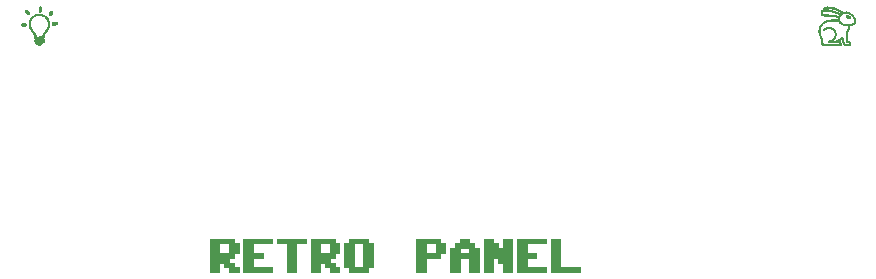
<source format=gto>
G04 #@! TF.GenerationSoftware,KiCad,Pcbnew,(5.1.8)-1*
G04 #@! TF.CreationDate,2022-11-12T23:31:27+01:00*
G04 #@! TF.ProjectId,RetroPanel FP2,52657472-6f50-4616-9e65-6c204650322e,rev?*
G04 #@! TF.SameCoordinates,Original*
G04 #@! TF.FileFunction,Legend,Top*
G04 #@! TF.FilePolarity,Positive*
%FSLAX46Y46*%
G04 Gerber Fmt 4.6, Leading zero omitted, Abs format (unit mm)*
G04 Created by KiCad (PCBNEW (5.1.8)-1) date 2022-11-12 23:31:27*
%MOMM*%
%LPD*%
G01*
G04 APERTURE LIST*
%ADD10C,0.010000*%
G04 APERTURE END LIST*
D10*
G36*
X164784835Y-103328443D02*
G01*
X166412062Y-103328443D01*
X166412062Y-103735250D01*
X163971221Y-103735250D01*
X163971221Y-100887602D01*
X164784835Y-100887602D01*
X164784835Y-103328443D01*
G37*
X164784835Y-103328443D02*
X166412062Y-103328443D01*
X166412062Y-103735250D01*
X163971221Y-103735250D01*
X163971221Y-100887602D01*
X164784835Y-100887602D01*
X164784835Y-103328443D01*
G36*
X163564414Y-101294409D02*
G01*
X161937187Y-101294409D01*
X161937187Y-102108022D01*
X162750801Y-102108022D01*
X162750801Y-102514829D01*
X161937187Y-102514829D01*
X161937187Y-103328443D01*
X163564414Y-103328443D01*
X163564414Y-103735250D01*
X161123573Y-103735250D01*
X161123573Y-100887602D01*
X163564414Y-100887602D01*
X163564414Y-101294409D01*
G37*
X163564414Y-101294409D02*
X161937187Y-101294409D01*
X161937187Y-102108022D01*
X162750801Y-102108022D01*
X162750801Y-102514829D01*
X161937187Y-102514829D01*
X161937187Y-103328443D01*
X163564414Y-103328443D01*
X163564414Y-103735250D01*
X161123573Y-103735250D01*
X161123573Y-100887602D01*
X163564414Y-100887602D01*
X163564414Y-101294409D01*
G36*
X159089539Y-101294409D02*
G01*
X159496346Y-101294409D01*
X159496346Y-101701216D01*
X159903153Y-101701216D01*
X159903153Y-100887602D01*
X160716767Y-100887602D01*
X160716767Y-103735250D01*
X159903153Y-103735250D01*
X159903153Y-102921636D01*
X159496346Y-102921636D01*
X159496346Y-102514829D01*
X159089539Y-102514829D01*
X159089539Y-103735250D01*
X158275926Y-103735250D01*
X158275926Y-100887602D01*
X159089539Y-100887602D01*
X159089539Y-101294409D01*
G37*
X159089539Y-101294409D02*
X159496346Y-101294409D01*
X159496346Y-101701216D01*
X159903153Y-101701216D01*
X159903153Y-100887602D01*
X160716767Y-100887602D01*
X160716767Y-103735250D01*
X159903153Y-103735250D01*
X159903153Y-102921636D01*
X159496346Y-102921636D01*
X159496346Y-102514829D01*
X159089539Y-102514829D01*
X159089539Y-103735250D01*
X158275926Y-103735250D01*
X158275926Y-100887602D01*
X159089539Y-100887602D01*
X159089539Y-101294409D01*
G36*
X157055505Y-101294409D02*
G01*
X157462312Y-101294409D01*
X157462312Y-101701216D01*
X157869119Y-101701216D01*
X157869119Y-103735250D01*
X157055505Y-103735250D01*
X157055505Y-102514829D01*
X156241892Y-102514829D01*
X156241892Y-103735250D01*
X155428278Y-103735250D01*
X155428278Y-101701216D01*
X155835085Y-101701216D01*
X156241892Y-101701216D01*
X156241892Y-102108022D01*
X157055505Y-102108022D01*
X157055505Y-101701216D01*
X156241892Y-101701216D01*
X155835085Y-101701216D01*
X155835085Y-101294409D01*
X156241892Y-101294409D01*
X156241892Y-100887602D01*
X157055505Y-100887602D01*
X157055505Y-101294409D01*
G37*
X157055505Y-101294409D02*
X157462312Y-101294409D01*
X157462312Y-101701216D01*
X157869119Y-101701216D01*
X157869119Y-103735250D01*
X157055505Y-103735250D01*
X157055505Y-102514829D01*
X156241892Y-102514829D01*
X156241892Y-103735250D01*
X155428278Y-103735250D01*
X155428278Y-101701216D01*
X155835085Y-101701216D01*
X156241892Y-101701216D01*
X156241892Y-102108022D01*
X157055505Y-102108022D01*
X157055505Y-101701216D01*
X156241892Y-101701216D01*
X155835085Y-101701216D01*
X155835085Y-101294409D01*
X156241892Y-101294409D01*
X156241892Y-100887602D01*
X157055505Y-100887602D01*
X157055505Y-101294409D01*
G36*
X154614664Y-101294409D02*
G01*
X155021471Y-101294409D01*
X155021471Y-102108022D01*
X154614664Y-102108022D01*
X154614664Y-102514829D01*
X153394244Y-102514829D01*
X153394244Y-103735250D01*
X152580630Y-103735250D01*
X152580630Y-101294409D01*
X153394244Y-101294409D01*
X153394244Y-102108022D01*
X154207858Y-102108022D01*
X154207858Y-101294409D01*
X153394244Y-101294409D01*
X152580630Y-101294409D01*
X152580630Y-100887602D01*
X154614664Y-100887602D01*
X154614664Y-101294409D01*
G37*
X154614664Y-101294409D02*
X155021471Y-101294409D01*
X155021471Y-102108022D01*
X154614664Y-102108022D01*
X154614664Y-102514829D01*
X153394244Y-102514829D01*
X153394244Y-103735250D01*
X152580630Y-103735250D01*
X152580630Y-101294409D01*
X153394244Y-101294409D01*
X153394244Y-102108022D01*
X154207858Y-102108022D01*
X154207858Y-101294409D01*
X153394244Y-101294409D01*
X152580630Y-101294409D01*
X152580630Y-100887602D01*
X154614664Y-100887602D01*
X154614664Y-101294409D01*
G36*
X148512562Y-101294409D02*
G01*
X148919369Y-101294409D01*
X148919369Y-103328443D01*
X148512562Y-103328443D01*
X148512562Y-103735250D01*
X146885335Y-103735250D01*
X146885335Y-103328443D01*
X146478528Y-103328443D01*
X146478528Y-101294409D01*
X146885335Y-101294409D01*
X147292142Y-101294409D01*
X147292142Y-103328443D01*
X148105756Y-103328443D01*
X148105756Y-101294409D01*
X147292142Y-101294409D01*
X146885335Y-101294409D01*
X146885335Y-100887602D01*
X148512562Y-100887602D01*
X148512562Y-101294409D01*
G37*
X148512562Y-101294409D02*
X148919369Y-101294409D01*
X148919369Y-103328443D01*
X148512562Y-103328443D01*
X148512562Y-103735250D01*
X146885335Y-103735250D01*
X146885335Y-103328443D01*
X146478528Y-103328443D01*
X146478528Y-101294409D01*
X146885335Y-101294409D01*
X147292142Y-101294409D01*
X147292142Y-103328443D01*
X148105756Y-103328443D01*
X148105756Y-101294409D01*
X147292142Y-101294409D01*
X146885335Y-101294409D01*
X146885335Y-100887602D01*
X148512562Y-100887602D01*
X148512562Y-101294409D01*
G36*
X145664915Y-101294409D02*
G01*
X146071721Y-101294409D01*
X146071721Y-102108022D01*
X145664915Y-102108022D01*
X145664915Y-102514829D01*
X145258108Y-102514829D01*
X145258108Y-102921636D01*
X145664915Y-102921636D01*
X145664915Y-103328443D01*
X146071721Y-103328443D01*
X146071721Y-103735250D01*
X145258108Y-103735250D01*
X145258108Y-103328443D01*
X144851301Y-103328443D01*
X144851301Y-102921636D01*
X144444494Y-102921636D01*
X144444494Y-103735250D01*
X143630881Y-103735250D01*
X143630881Y-101294409D01*
X144444494Y-101294409D01*
X144444494Y-102108022D01*
X145258108Y-102108022D01*
X145258108Y-101294409D01*
X144444494Y-101294409D01*
X143630881Y-101294409D01*
X143630881Y-100887602D01*
X145664915Y-100887602D01*
X145664915Y-101294409D01*
G37*
X145664915Y-101294409D02*
X146071721Y-101294409D01*
X146071721Y-102108022D01*
X145664915Y-102108022D01*
X145664915Y-102514829D01*
X145258108Y-102514829D01*
X145258108Y-102921636D01*
X145664915Y-102921636D01*
X145664915Y-103328443D01*
X146071721Y-103328443D01*
X146071721Y-103735250D01*
X145258108Y-103735250D01*
X145258108Y-103328443D01*
X144851301Y-103328443D01*
X144851301Y-102921636D01*
X144444494Y-102921636D01*
X144444494Y-103735250D01*
X143630881Y-103735250D01*
X143630881Y-101294409D01*
X144444494Y-101294409D01*
X144444494Y-102108022D01*
X145258108Y-102108022D01*
X145258108Y-101294409D01*
X144444494Y-101294409D01*
X143630881Y-101294409D01*
X143630881Y-100887602D01*
X145664915Y-100887602D01*
X145664915Y-101294409D01*
G36*
X143224074Y-101294409D02*
G01*
X142410460Y-101294409D01*
X142410460Y-103735250D01*
X141596847Y-103735250D01*
X141596847Y-101294409D01*
X140783233Y-101294409D01*
X140783233Y-100887602D01*
X143224074Y-100887602D01*
X143224074Y-101294409D01*
G37*
X143224074Y-101294409D02*
X142410460Y-101294409D01*
X142410460Y-103735250D01*
X141596847Y-103735250D01*
X141596847Y-101294409D01*
X140783233Y-101294409D01*
X140783233Y-100887602D01*
X143224074Y-100887602D01*
X143224074Y-101294409D01*
G36*
X140376426Y-101294409D02*
G01*
X138749199Y-101294409D01*
X138749199Y-102108022D01*
X139562813Y-102108022D01*
X139562813Y-102514829D01*
X138749199Y-102514829D01*
X138749199Y-103328443D01*
X140376426Y-103328443D01*
X140376426Y-103735250D01*
X137935585Y-103735250D01*
X137935585Y-100887602D01*
X140376426Y-100887602D01*
X140376426Y-101294409D01*
G37*
X140376426Y-101294409D02*
X138749199Y-101294409D01*
X138749199Y-102108022D01*
X139562813Y-102108022D01*
X139562813Y-102514829D01*
X138749199Y-102514829D01*
X138749199Y-103328443D01*
X140376426Y-103328443D01*
X140376426Y-103735250D01*
X137935585Y-103735250D01*
X137935585Y-100887602D01*
X140376426Y-100887602D01*
X140376426Y-101294409D01*
G36*
X137121972Y-101294409D02*
G01*
X137528779Y-101294409D01*
X137528779Y-102108022D01*
X137121972Y-102108022D01*
X137121972Y-102514829D01*
X136715165Y-102514829D01*
X136715165Y-102921636D01*
X137121972Y-102921636D01*
X137121972Y-103328443D01*
X137528779Y-103328443D01*
X137528779Y-103735250D01*
X136715165Y-103735250D01*
X136715165Y-103328443D01*
X136308358Y-103328443D01*
X136308358Y-102921636D01*
X135901551Y-102921636D01*
X135901551Y-103735250D01*
X135087938Y-103735250D01*
X135087938Y-101294409D01*
X135901551Y-101294409D01*
X135901551Y-102108022D01*
X136715165Y-102108022D01*
X136715165Y-101294409D01*
X135901551Y-101294409D01*
X135087938Y-101294409D01*
X135087938Y-100887602D01*
X137121972Y-100887602D01*
X137121972Y-101294409D01*
G37*
X137121972Y-101294409D02*
X137528779Y-101294409D01*
X137528779Y-102108022D01*
X137121972Y-102108022D01*
X137121972Y-102514829D01*
X136715165Y-102514829D01*
X136715165Y-102921636D01*
X137121972Y-102921636D01*
X137121972Y-103328443D01*
X137528779Y-103328443D01*
X137528779Y-103735250D01*
X136715165Y-103735250D01*
X136715165Y-103328443D01*
X136308358Y-103328443D01*
X136308358Y-102921636D01*
X135901551Y-102921636D01*
X135901551Y-103735250D01*
X135087938Y-103735250D01*
X135087938Y-101294409D01*
X135901551Y-101294409D01*
X135901551Y-102108022D01*
X136715165Y-102108022D01*
X136715165Y-101294409D01*
X135901551Y-101294409D01*
X135087938Y-101294409D01*
X135087938Y-100887602D01*
X137121972Y-100887602D01*
X137121972Y-101294409D01*
G36*
X120740925Y-81234110D02*
G01*
X120771436Y-81248127D01*
X120795597Y-81273116D01*
X120803630Y-81286576D01*
X120808495Y-81296335D01*
X120812097Y-81305534D01*
X120814560Y-81316092D01*
X120816006Y-81329927D01*
X120816559Y-81348958D01*
X120816343Y-81375103D01*
X120815480Y-81410281D01*
X120814240Y-81451650D01*
X120812735Y-81497450D01*
X120811265Y-81532451D01*
X120809618Y-81558551D01*
X120807584Y-81577647D01*
X120804951Y-81591639D01*
X120801507Y-81602425D01*
X120797042Y-81611902D01*
X120796242Y-81613383D01*
X120775164Y-81639482D01*
X120746645Y-81657569D01*
X120713940Y-81666477D01*
X120680307Y-81665038D01*
X120665003Y-81660416D01*
X120648494Y-81651248D01*
X120634237Y-81640181D01*
X120623464Y-81629339D01*
X120615349Y-81618349D01*
X120609522Y-81605278D01*
X120605618Y-81588191D01*
X120603267Y-81565155D01*
X120602103Y-81534235D01*
X120601758Y-81493497D01*
X120601776Y-81469427D01*
X120602140Y-81429182D01*
X120602985Y-81391452D01*
X120604214Y-81358798D01*
X120605733Y-81333784D01*
X120607399Y-81319200D01*
X120619881Y-81283485D01*
X120641340Y-81256302D01*
X120670793Y-81238541D01*
X120704424Y-81231265D01*
X120740925Y-81234110D01*
G37*
X120740925Y-81234110D02*
X120771436Y-81248127D01*
X120795597Y-81273116D01*
X120803630Y-81286576D01*
X120808495Y-81296335D01*
X120812097Y-81305534D01*
X120814560Y-81316092D01*
X120816006Y-81329927D01*
X120816559Y-81348958D01*
X120816343Y-81375103D01*
X120815480Y-81410281D01*
X120814240Y-81451650D01*
X120812735Y-81497450D01*
X120811265Y-81532451D01*
X120809618Y-81558551D01*
X120807584Y-81577647D01*
X120804951Y-81591639D01*
X120801507Y-81602425D01*
X120797042Y-81611902D01*
X120796242Y-81613383D01*
X120775164Y-81639482D01*
X120746645Y-81657569D01*
X120713940Y-81666477D01*
X120680307Y-81665038D01*
X120665003Y-81660416D01*
X120648494Y-81651248D01*
X120634237Y-81640181D01*
X120623464Y-81629339D01*
X120615349Y-81618349D01*
X120609522Y-81605278D01*
X120605618Y-81588191D01*
X120603267Y-81565155D01*
X120602103Y-81534235D01*
X120601758Y-81493497D01*
X120601776Y-81469427D01*
X120602140Y-81429182D01*
X120602985Y-81391452D01*
X120604214Y-81358798D01*
X120605733Y-81333784D01*
X120607399Y-81319200D01*
X120619881Y-81283485D01*
X120641340Y-81256302D01*
X120670793Y-81238541D01*
X120704424Y-81231265D01*
X120740925Y-81234110D01*
G36*
X119602372Y-81551162D02*
G01*
X119614709Y-81559024D01*
X119635700Y-81575829D01*
X119661342Y-81598112D01*
X119689769Y-81624055D01*
X119719111Y-81651842D01*
X119747502Y-81679654D01*
X119773074Y-81705675D01*
X119793958Y-81728086D01*
X119808287Y-81745069D01*
X119813016Y-81751997D01*
X119823919Y-81783818D01*
X119823748Y-81816942D01*
X119813403Y-81848442D01*
X119793785Y-81875391D01*
X119769637Y-81892981D01*
X119744770Y-81900462D01*
X119714808Y-81901976D01*
X119685814Y-81897621D01*
X119669799Y-81891387D01*
X119659091Y-81883682D01*
X119641017Y-81868652D01*
X119617311Y-81847828D01*
X119589710Y-81822740D01*
X119559949Y-81794918D01*
X119554154Y-81789412D01*
X119518153Y-81754650D01*
X119490720Y-81726733D01*
X119470876Y-81704133D01*
X119457641Y-81685319D01*
X119450035Y-81668765D01*
X119447078Y-81652941D01*
X119447791Y-81636318D01*
X119449440Y-81626029D01*
X119461194Y-81593924D01*
X119481688Y-81568355D01*
X119508486Y-81550308D01*
X119539156Y-81540768D01*
X119571262Y-81540724D01*
X119602372Y-81551162D01*
G37*
X119602372Y-81551162D02*
X119614709Y-81559024D01*
X119635700Y-81575829D01*
X119661342Y-81598112D01*
X119689769Y-81624055D01*
X119719111Y-81651842D01*
X119747502Y-81679654D01*
X119773074Y-81705675D01*
X119793958Y-81728086D01*
X119808287Y-81745069D01*
X119813016Y-81751997D01*
X119823919Y-81783818D01*
X119823748Y-81816942D01*
X119813403Y-81848442D01*
X119793785Y-81875391D01*
X119769637Y-81892981D01*
X119744770Y-81900462D01*
X119714808Y-81901976D01*
X119685814Y-81897621D01*
X119669799Y-81891387D01*
X119659091Y-81883682D01*
X119641017Y-81868652D01*
X119617311Y-81847828D01*
X119589710Y-81822740D01*
X119559949Y-81794918D01*
X119554154Y-81789412D01*
X119518153Y-81754650D01*
X119490720Y-81726733D01*
X119470876Y-81704133D01*
X119457641Y-81685319D01*
X119450035Y-81668765D01*
X119447078Y-81652941D01*
X119447791Y-81636318D01*
X119449440Y-81626029D01*
X119461194Y-81593924D01*
X119481688Y-81568355D01*
X119508486Y-81550308D01*
X119539156Y-81540768D01*
X119571262Y-81540724D01*
X119602372Y-81551162D01*
G36*
X121706747Y-81597149D02*
G01*
X121736366Y-81613218D01*
X121759289Y-81637615D01*
X121773825Y-81668373D01*
X121778284Y-81703525D01*
X121777495Y-81713898D01*
X121773105Y-81725593D01*
X121762482Y-81745547D01*
X121746933Y-81771800D01*
X121727768Y-81802396D01*
X121706295Y-81835375D01*
X121683825Y-81868779D01*
X121661666Y-81900649D01*
X121641127Y-81929028D01*
X121623517Y-81951957D01*
X121610146Y-81967478D01*
X121604669Y-81972442D01*
X121579139Y-81984348D01*
X121548769Y-81989467D01*
X121519291Y-81987192D01*
X121506256Y-81982902D01*
X121477890Y-81963824D01*
X121456552Y-81937111D01*
X121443882Y-81905857D01*
X121441519Y-81873158D01*
X121443054Y-81863581D01*
X121448580Y-81849938D01*
X121460305Y-81828320D01*
X121476881Y-81800718D01*
X121496958Y-81769120D01*
X121519185Y-81735515D01*
X121542212Y-81701892D01*
X121564691Y-81670240D01*
X121585270Y-81642549D01*
X121602600Y-81620807D01*
X121615331Y-81607004D01*
X121619336Y-81603829D01*
X121646509Y-81593788D01*
X121672123Y-81591373D01*
X121706747Y-81597149D01*
G37*
X121706747Y-81597149D02*
X121736366Y-81613218D01*
X121759289Y-81637615D01*
X121773825Y-81668373D01*
X121778284Y-81703525D01*
X121777495Y-81713898D01*
X121773105Y-81725593D01*
X121762482Y-81745547D01*
X121746933Y-81771800D01*
X121727768Y-81802396D01*
X121706295Y-81835375D01*
X121683825Y-81868779D01*
X121661666Y-81900649D01*
X121641127Y-81929028D01*
X121623517Y-81951957D01*
X121610146Y-81967478D01*
X121604669Y-81972442D01*
X121579139Y-81984348D01*
X121548769Y-81989467D01*
X121519291Y-81987192D01*
X121506256Y-81982902D01*
X121477890Y-81963824D01*
X121456552Y-81937111D01*
X121443882Y-81905857D01*
X121441519Y-81873158D01*
X121443054Y-81863581D01*
X121448580Y-81849938D01*
X121460305Y-81828320D01*
X121476881Y-81800718D01*
X121496958Y-81769120D01*
X121519185Y-81735515D01*
X121542212Y-81701892D01*
X121564691Y-81670240D01*
X121585270Y-81642549D01*
X121602600Y-81620807D01*
X121615331Y-81607004D01*
X121619336Y-81603829D01*
X121646509Y-81593788D01*
X121672123Y-81591373D01*
X121706747Y-81597149D01*
G36*
X122053492Y-82540367D02*
G01*
X122074494Y-82543450D01*
X122091051Y-82549652D01*
X122105193Y-82559302D01*
X122118951Y-82572728D01*
X122121268Y-82575267D01*
X122141177Y-82605829D01*
X122149177Y-82639020D01*
X122145215Y-82672918D01*
X122129241Y-82705601D01*
X122124942Y-82711392D01*
X122114675Y-82722704D01*
X122102539Y-82731699D01*
X122086669Y-82738923D01*
X122065202Y-82744921D01*
X122036272Y-82750242D01*
X121998015Y-82755431D01*
X121959759Y-82759820D01*
X121909538Y-82765154D01*
X121870159Y-82768861D01*
X121839874Y-82770975D01*
X121816935Y-82771532D01*
X121799593Y-82770564D01*
X121786100Y-82768107D01*
X121774708Y-82764195D01*
X121773075Y-82763486D01*
X121744983Y-82744740D01*
X121725448Y-82718910D01*
X121714809Y-82688596D01*
X121713407Y-82656399D01*
X121721583Y-82624920D01*
X121739679Y-82596759D01*
X121749923Y-82586879D01*
X121760356Y-82579308D01*
X121773000Y-82572995D01*
X121789520Y-82567593D01*
X121811579Y-82562756D01*
X121840843Y-82558137D01*
X121878976Y-82553389D01*
X121927641Y-82548166D01*
X121943498Y-82546560D01*
X121990025Y-82542250D01*
X122026013Y-82540077D01*
X122053492Y-82540367D01*
G37*
X122053492Y-82540367D02*
X122074494Y-82543450D01*
X122091051Y-82549652D01*
X122105193Y-82559302D01*
X122118951Y-82572728D01*
X122121268Y-82575267D01*
X122141177Y-82605829D01*
X122149177Y-82639020D01*
X122145215Y-82672918D01*
X122129241Y-82705601D01*
X122124942Y-82711392D01*
X122114675Y-82722704D01*
X122102539Y-82731699D01*
X122086669Y-82738923D01*
X122065202Y-82744921D01*
X122036272Y-82750242D01*
X121998015Y-82755431D01*
X121959759Y-82759820D01*
X121909538Y-82765154D01*
X121870159Y-82768861D01*
X121839874Y-82770975D01*
X121816935Y-82771532D01*
X121799593Y-82770564D01*
X121786100Y-82768107D01*
X121774708Y-82764195D01*
X121773075Y-82763486D01*
X121744983Y-82744740D01*
X121725448Y-82718910D01*
X121714809Y-82688596D01*
X121713407Y-82656399D01*
X121721583Y-82624920D01*
X121739679Y-82596759D01*
X121749923Y-82586879D01*
X121760356Y-82579308D01*
X121773000Y-82572995D01*
X121789520Y-82567593D01*
X121811579Y-82562756D01*
X121840843Y-82558137D01*
X121878976Y-82553389D01*
X121927641Y-82548166D01*
X121943498Y-82546560D01*
X121990025Y-82542250D01*
X122026013Y-82540077D01*
X122053492Y-82540367D01*
G36*
X119490098Y-82659147D02*
G01*
X119518065Y-82684924D01*
X119535340Y-82715027D01*
X119541906Y-82747324D01*
X119537742Y-82779681D01*
X119522829Y-82809967D01*
X119497148Y-82836049D01*
X119491743Y-82839890D01*
X119482563Y-82845240D01*
X119471791Y-82849196D01*
X119457170Y-82852090D01*
X119436444Y-82854252D01*
X119407354Y-82856014D01*
X119371244Y-82857566D01*
X119334001Y-82859079D01*
X119298605Y-82860621D01*
X119268201Y-82862049D01*
X119245933Y-82863217D01*
X119239425Y-82863618D01*
X119215607Y-82863934D01*
X119193109Y-82862205D01*
X119186229Y-82861017D01*
X119154809Y-82848163D01*
X119130272Y-82826518D01*
X119113614Y-82798541D01*
X119105827Y-82766693D01*
X119107905Y-82733434D01*
X119120843Y-82701224D01*
X119121350Y-82700394D01*
X119131215Y-82686300D01*
X119142461Y-82675184D01*
X119156711Y-82666634D01*
X119175587Y-82660241D01*
X119200713Y-82655595D01*
X119233710Y-82652285D01*
X119276202Y-82649902D01*
X119328339Y-82648078D01*
X119468025Y-82643966D01*
X119490098Y-82659147D01*
G37*
X119490098Y-82659147D02*
X119518065Y-82684924D01*
X119535340Y-82715027D01*
X119541906Y-82747324D01*
X119537742Y-82779681D01*
X119522829Y-82809967D01*
X119497148Y-82836049D01*
X119491743Y-82839890D01*
X119482563Y-82845240D01*
X119471791Y-82849196D01*
X119457170Y-82852090D01*
X119436444Y-82854252D01*
X119407354Y-82856014D01*
X119371244Y-82857566D01*
X119334001Y-82859079D01*
X119298605Y-82860621D01*
X119268201Y-82862049D01*
X119245933Y-82863217D01*
X119239425Y-82863618D01*
X119215607Y-82863934D01*
X119193109Y-82862205D01*
X119186229Y-82861017D01*
X119154809Y-82848163D01*
X119130272Y-82826518D01*
X119113614Y-82798541D01*
X119105827Y-82766693D01*
X119107905Y-82733434D01*
X119120843Y-82701224D01*
X119121350Y-82700394D01*
X119131215Y-82686300D01*
X119142461Y-82675184D01*
X119156711Y-82666634D01*
X119175587Y-82660241D01*
X119200713Y-82655595D01*
X119233710Y-82652285D01*
X119276202Y-82649902D01*
X119328339Y-82648078D01*
X119468025Y-82643966D01*
X119490098Y-82659147D01*
G36*
X120662979Y-81843595D02*
G01*
X120720904Y-81847788D01*
X120771470Y-81854671D01*
X120784056Y-81857135D01*
X120889333Y-81885101D01*
X120989524Y-81922844D01*
X121082744Y-81969580D01*
X121140146Y-82005385D01*
X121197866Y-82049653D01*
X121254900Y-82102748D01*
X121308897Y-82161927D01*
X121357504Y-82224448D01*
X121398370Y-82287568D01*
X121423589Y-82335956D01*
X121460751Y-82430139D01*
X121485876Y-82525234D01*
X121499323Y-82623053D01*
X121501448Y-82725412D01*
X121501276Y-82730342D01*
X121496131Y-82805917D01*
X121486040Y-82875249D01*
X121470112Y-82941710D01*
X121447451Y-83008673D01*
X121417162Y-83079510D01*
X121398336Y-83118525D01*
X121371366Y-83169560D01*
X121342087Y-83218414D01*
X121308823Y-83267520D01*
X121269892Y-83319311D01*
X121223617Y-83376220D01*
X121206619Y-83396337D01*
X121164143Y-83446874D01*
X121129321Y-83489876D01*
X121100973Y-83526932D01*
X121077917Y-83559631D01*
X121058972Y-83589559D01*
X121046398Y-83611800D01*
X121029969Y-83643812D01*
X121016433Y-83672915D01*
X121006524Y-83697241D01*
X121000978Y-83714920D01*
X121000527Y-83724086D01*
X121001931Y-83724950D01*
X121015032Y-83730545D01*
X121027495Y-83744657D01*
X121036593Y-83763277D01*
X121039650Y-83780398D01*
X121034962Y-83807908D01*
X121020628Y-83827251D01*
X120996241Y-83838968D01*
X120995851Y-83839074D01*
X120981610Y-83843659D01*
X120973869Y-83850062D01*
X120969906Y-83862123D01*
X120967563Y-83878944D01*
X120964613Y-83905473D01*
X120963904Y-83921855D01*
X120965972Y-83930528D01*
X120971350Y-83933930D01*
X120979742Y-83934500D01*
X121004685Y-83939673D01*
X121023522Y-83955679D01*
X121030462Y-83966901D01*
X121036913Y-83991585D01*
X121032244Y-84015486D01*
X121017872Y-84035803D01*
X120995215Y-84049736D01*
X120987262Y-84052192D01*
X120977491Y-84055481D01*
X120972268Y-84061391D01*
X120970177Y-84073309D01*
X120969800Y-84093938D01*
X120970259Y-84114944D01*
X120972325Y-84126210D01*
X120977031Y-84130682D01*
X120982917Y-84131350D01*
X121006398Y-84137278D01*
X121025059Y-84154732D01*
X121030462Y-84163751D01*
X121037366Y-84188760D01*
X121032925Y-84212035D01*
X121018488Y-84231531D01*
X120995406Y-84245201D01*
X120973277Y-84250396D01*
X120958337Y-84252554D01*
X120948060Y-84256614D01*
X120939617Y-84265118D01*
X120930177Y-84280607D01*
X120921493Y-84296908D01*
X120887041Y-84349468D01*
X120843138Y-84395532D01*
X120792004Y-84433172D01*
X120735859Y-84460457D01*
X120731675Y-84461974D01*
X120695354Y-84471390D01*
X120653062Y-84477005D01*
X120609576Y-84478583D01*
X120569674Y-84475887D01*
X120545811Y-84471157D01*
X120488413Y-84448780D01*
X120437517Y-84416170D01*
X120394637Y-84374362D01*
X120383917Y-84360663D01*
X120367917Y-84339482D01*
X120352363Y-84319877D01*
X120350863Y-84318109D01*
X120494459Y-84318109D01*
X120496463Y-84321520D01*
X120497499Y-84322705D01*
X120514377Y-84335917D01*
X120539265Y-84349031D01*
X120567634Y-84359940D01*
X120589636Y-84365630D01*
X120634988Y-84368485D01*
X120681436Y-84359637D01*
X120712995Y-84347498D01*
X120731227Y-84337690D01*
X120751513Y-84324464D01*
X120771426Y-84309751D01*
X120788539Y-84295484D01*
X120800424Y-84283593D01*
X120804655Y-84276012D01*
X120804158Y-84274944D01*
X120797396Y-84275020D01*
X120779762Y-84276513D01*
X120752980Y-84279239D01*
X120718777Y-84283016D01*
X120678880Y-84287661D01*
X120644297Y-84291847D01*
X120595873Y-84297844D01*
X120558708Y-84302618D01*
X120531450Y-84306456D01*
X120512748Y-84309639D01*
X120501250Y-84312453D01*
X120495604Y-84315182D01*
X120494459Y-84318109D01*
X120350863Y-84318109D01*
X120341965Y-84307622D01*
X120329077Y-84286374D01*
X120321601Y-84259997D01*
X120317651Y-84236315D01*
X120312438Y-84207988D01*
X120309007Y-84190601D01*
X120304167Y-84169085D01*
X120299356Y-84156894D01*
X120292435Y-84150838D01*
X120281262Y-84147728D01*
X120280075Y-84147503D01*
X120256795Y-84137606D01*
X120253219Y-84133588D01*
X120410482Y-84133588D01*
X120414390Y-84153106D01*
X120419337Y-84175444D01*
X120424073Y-84188002D01*
X120430344Y-84193547D01*
X120439898Y-84194846D01*
X120440752Y-84194850D01*
X120451119Y-84194085D01*
X120472304Y-84191928D01*
X120502526Y-84188580D01*
X120540004Y-84184244D01*
X120582958Y-84179123D01*
X120629606Y-84173419D01*
X120635587Y-84172678D01*
X120694332Y-84165466D01*
X120741709Y-84159679D01*
X120778926Y-84154958D01*
X120807188Y-84150940D01*
X120827702Y-84147264D01*
X120841675Y-84143570D01*
X120850312Y-84139496D01*
X120854820Y-84134680D01*
X120856405Y-84128761D01*
X120856275Y-84121378D01*
X120855634Y-84112171D01*
X120855500Y-84106819D01*
X120855500Y-84070163D01*
X120632991Y-84101876D01*
X120410482Y-84133588D01*
X120253219Y-84133588D01*
X120241135Y-84120011D01*
X120233969Y-84097783D01*
X120236171Y-84073986D01*
X120248616Y-84051681D01*
X120251761Y-84048311D01*
X120266668Y-84036461D01*
X120280629Y-84030096D01*
X120283511Y-84029750D01*
X120290457Y-84028653D01*
X120294421Y-84023535D01*
X120296226Y-84011653D01*
X120296694Y-83990263D01*
X120296700Y-83985727D01*
X120296401Y-83967061D01*
X120411000Y-83967061D01*
X120411000Y-84012323D01*
X120434812Y-84008640D01*
X120446987Y-84006863D01*
X120469967Y-84003608D01*
X120501975Y-83999123D01*
X120541234Y-83993657D01*
X120585968Y-83987457D01*
X120634399Y-83980770D01*
X120652300Y-83978305D01*
X120700302Y-83971674D01*
X120744064Y-83965580D01*
X120782052Y-83960240D01*
X120812733Y-83955872D01*
X120834573Y-83952693D01*
X120846040Y-83950920D01*
X120847405Y-83950642D01*
X120848650Y-83944321D01*
X120850585Y-83928636D01*
X120852808Y-83906875D01*
X120852977Y-83905067D01*
X120857118Y-83860503D01*
X120641996Y-83890889D01*
X120590983Y-83898071D01*
X120543829Y-83904662D01*
X120502046Y-83910456D01*
X120467144Y-83915245D01*
X120440634Y-83918821D01*
X120424025Y-83920976D01*
X120418937Y-83921538D01*
X120414344Y-83926495D01*
X120411767Y-83941768D01*
X120411000Y-83967061D01*
X120296401Y-83967061D01*
X120296325Y-83962321D01*
X120294601Y-83948551D01*
X120290625Y-83941359D01*
X120283492Y-83937691D01*
X120282412Y-83937351D01*
X120259368Y-83925057D01*
X120244076Y-83906443D01*
X120236995Y-83884446D01*
X120238584Y-83861999D01*
X120249300Y-83842039D01*
X120265549Y-83829414D01*
X120274004Y-83824688D01*
X120279167Y-83819445D01*
X120280993Y-83811443D01*
X120279438Y-83798437D01*
X120274459Y-83778185D01*
X120266011Y-83748443D01*
X120263805Y-83740825D01*
X120250257Y-83699097D01*
X120233973Y-83659265D01*
X120213923Y-83619680D01*
X120189076Y-83578696D01*
X120158403Y-83534662D01*
X120120874Y-83485930D01*
X120075459Y-83430854D01*
X120055518Y-83407450D01*
X119989117Y-83326874D01*
X119932701Y-83251091D01*
X119885345Y-83178396D01*
X119846122Y-83107083D01*
X119814107Y-83035449D01*
X119788372Y-82961788D01*
X119767992Y-82884395D01*
X119765705Y-82874050D01*
X119759890Y-82837344D01*
X119755874Y-82791469D01*
X119753660Y-82739831D01*
X119753404Y-82705775D01*
X119862861Y-82705775D01*
X119864467Y-82764459D01*
X119869434Y-82816148D01*
X119878595Y-82865882D01*
X119892778Y-82918702D01*
X119903472Y-82952256D01*
X119924077Y-83008711D01*
X119947628Y-83061893D01*
X119975348Y-83113793D01*
X120008459Y-83166402D01*
X120048181Y-83221713D01*
X120095737Y-83281717D01*
X120132044Y-83324900D01*
X120186186Y-83389344D01*
X120231861Y-83446675D01*
X120269951Y-83498381D01*
X120301336Y-83545945D01*
X120326897Y-83590855D01*
X120347514Y-83634596D01*
X120364068Y-83678654D01*
X120377439Y-83724515D01*
X120383246Y-83748762D01*
X120389465Y-83774667D01*
X120394616Y-83790436D01*
X120399830Y-83798443D01*
X120406241Y-83801059D01*
X120408270Y-83801150D01*
X120417494Y-83800270D01*
X120437751Y-83797770D01*
X120467510Y-83793858D01*
X120505237Y-83788741D01*
X120549398Y-83782626D01*
X120598460Y-83775721D01*
X120642775Y-83769400D01*
X120694358Y-83762017D01*
X120741958Y-83755242D01*
X120784114Y-83749280D01*
X120819363Y-83744336D01*
X120846246Y-83740615D01*
X120863301Y-83738323D01*
X120869015Y-83737650D01*
X120873114Y-83732031D01*
X120879305Y-83717209D01*
X120886336Y-83696230D01*
X120887222Y-83693293D01*
X120902478Y-83650806D01*
X120923963Y-83602881D01*
X120949553Y-83553645D01*
X120977122Y-83507228D01*
X121000674Y-83472872D01*
X121017217Y-83451359D01*
X121039808Y-83422956D01*
X121066221Y-83390413D01*
X121094232Y-83356475D01*
X121115381Y-83331250D01*
X121173766Y-83259637D01*
X121222923Y-83193580D01*
X121263960Y-83131258D01*
X121297989Y-83070850D01*
X121326120Y-83010537D01*
X121349461Y-82948497D01*
X121350327Y-82945906D01*
X121367594Y-82889739D01*
X121379444Y-82839721D01*
X121386684Y-82790926D01*
X121390118Y-82738432D01*
X121390693Y-82699425D01*
X121384725Y-82601105D01*
X121367043Y-82507337D01*
X121337985Y-82418656D01*
X121297885Y-82335598D01*
X121247079Y-82258699D01*
X121185903Y-82188493D01*
X121114691Y-82125517D01*
X121033780Y-82070307D01*
X120977166Y-82039347D01*
X120889398Y-82002163D01*
X120796623Y-81975248D01*
X120700812Y-81958766D01*
X120603937Y-81952881D01*
X120507970Y-81957758D01*
X120414882Y-81973562D01*
X120362289Y-81988021D01*
X120277899Y-82021354D01*
X120197829Y-82066006D01*
X120123546Y-82120926D01*
X120056513Y-82185057D01*
X120009294Y-82242015D01*
X119977703Y-82287786D01*
X119951278Y-82334160D01*
X119927909Y-82385236D01*
X119906845Y-82441203D01*
X119887213Y-82503391D01*
X119873927Y-82560695D01*
X119866142Y-82618203D01*
X119863012Y-82681005D01*
X119862861Y-82705775D01*
X119753404Y-82705775D01*
X119753253Y-82685831D01*
X119754658Y-82632875D01*
X119757878Y-82584366D01*
X119762917Y-82543709D01*
X119765283Y-82531150D01*
X119793455Y-82426198D01*
X119831655Y-82327906D01*
X119879529Y-82236924D01*
X119936725Y-82153903D01*
X120002891Y-82079493D01*
X120017393Y-82065492D01*
X120095005Y-82001134D01*
X120180096Y-81946851D01*
X120271986Y-81902986D01*
X120369991Y-81869882D01*
X120436400Y-81854348D01*
X120484407Y-81847468D01*
X120540796Y-81843403D01*
X120601632Y-81842123D01*
X120662979Y-81843595D01*
G37*
X120662979Y-81843595D02*
X120720904Y-81847788D01*
X120771470Y-81854671D01*
X120784056Y-81857135D01*
X120889333Y-81885101D01*
X120989524Y-81922844D01*
X121082744Y-81969580D01*
X121140146Y-82005385D01*
X121197866Y-82049653D01*
X121254900Y-82102748D01*
X121308897Y-82161927D01*
X121357504Y-82224448D01*
X121398370Y-82287568D01*
X121423589Y-82335956D01*
X121460751Y-82430139D01*
X121485876Y-82525234D01*
X121499323Y-82623053D01*
X121501448Y-82725412D01*
X121501276Y-82730342D01*
X121496131Y-82805917D01*
X121486040Y-82875249D01*
X121470112Y-82941710D01*
X121447451Y-83008673D01*
X121417162Y-83079510D01*
X121398336Y-83118525D01*
X121371366Y-83169560D01*
X121342087Y-83218414D01*
X121308823Y-83267520D01*
X121269892Y-83319311D01*
X121223617Y-83376220D01*
X121206619Y-83396337D01*
X121164143Y-83446874D01*
X121129321Y-83489876D01*
X121100973Y-83526932D01*
X121077917Y-83559631D01*
X121058972Y-83589559D01*
X121046398Y-83611800D01*
X121029969Y-83643812D01*
X121016433Y-83672915D01*
X121006524Y-83697241D01*
X121000978Y-83714920D01*
X121000527Y-83724086D01*
X121001931Y-83724950D01*
X121015032Y-83730545D01*
X121027495Y-83744657D01*
X121036593Y-83763277D01*
X121039650Y-83780398D01*
X121034962Y-83807908D01*
X121020628Y-83827251D01*
X120996241Y-83838968D01*
X120995851Y-83839074D01*
X120981610Y-83843659D01*
X120973869Y-83850062D01*
X120969906Y-83862123D01*
X120967563Y-83878944D01*
X120964613Y-83905473D01*
X120963904Y-83921855D01*
X120965972Y-83930528D01*
X120971350Y-83933930D01*
X120979742Y-83934500D01*
X121004685Y-83939673D01*
X121023522Y-83955679D01*
X121030462Y-83966901D01*
X121036913Y-83991585D01*
X121032244Y-84015486D01*
X121017872Y-84035803D01*
X120995215Y-84049736D01*
X120987262Y-84052192D01*
X120977491Y-84055481D01*
X120972268Y-84061391D01*
X120970177Y-84073309D01*
X120969800Y-84093938D01*
X120970259Y-84114944D01*
X120972325Y-84126210D01*
X120977031Y-84130682D01*
X120982917Y-84131350D01*
X121006398Y-84137278D01*
X121025059Y-84154732D01*
X121030462Y-84163751D01*
X121037366Y-84188760D01*
X121032925Y-84212035D01*
X121018488Y-84231531D01*
X120995406Y-84245201D01*
X120973277Y-84250396D01*
X120958337Y-84252554D01*
X120948060Y-84256614D01*
X120939617Y-84265118D01*
X120930177Y-84280607D01*
X120921493Y-84296908D01*
X120887041Y-84349468D01*
X120843138Y-84395532D01*
X120792004Y-84433172D01*
X120735859Y-84460457D01*
X120731675Y-84461974D01*
X120695354Y-84471390D01*
X120653062Y-84477005D01*
X120609576Y-84478583D01*
X120569674Y-84475887D01*
X120545811Y-84471157D01*
X120488413Y-84448780D01*
X120437517Y-84416170D01*
X120394637Y-84374362D01*
X120383917Y-84360663D01*
X120367917Y-84339482D01*
X120352363Y-84319877D01*
X120350863Y-84318109D01*
X120494459Y-84318109D01*
X120496463Y-84321520D01*
X120497499Y-84322705D01*
X120514377Y-84335917D01*
X120539265Y-84349031D01*
X120567634Y-84359940D01*
X120589636Y-84365630D01*
X120634988Y-84368485D01*
X120681436Y-84359637D01*
X120712995Y-84347498D01*
X120731227Y-84337690D01*
X120751513Y-84324464D01*
X120771426Y-84309751D01*
X120788539Y-84295484D01*
X120800424Y-84283593D01*
X120804655Y-84276012D01*
X120804158Y-84274944D01*
X120797396Y-84275020D01*
X120779762Y-84276513D01*
X120752980Y-84279239D01*
X120718777Y-84283016D01*
X120678880Y-84287661D01*
X120644297Y-84291847D01*
X120595873Y-84297844D01*
X120558708Y-84302618D01*
X120531450Y-84306456D01*
X120512748Y-84309639D01*
X120501250Y-84312453D01*
X120495604Y-84315182D01*
X120494459Y-84318109D01*
X120350863Y-84318109D01*
X120341965Y-84307622D01*
X120329077Y-84286374D01*
X120321601Y-84259997D01*
X120317651Y-84236315D01*
X120312438Y-84207988D01*
X120309007Y-84190601D01*
X120304167Y-84169085D01*
X120299356Y-84156894D01*
X120292435Y-84150838D01*
X120281262Y-84147728D01*
X120280075Y-84147503D01*
X120256795Y-84137606D01*
X120253219Y-84133588D01*
X120410482Y-84133588D01*
X120414390Y-84153106D01*
X120419337Y-84175444D01*
X120424073Y-84188002D01*
X120430344Y-84193547D01*
X120439898Y-84194846D01*
X120440752Y-84194850D01*
X120451119Y-84194085D01*
X120472304Y-84191928D01*
X120502526Y-84188580D01*
X120540004Y-84184244D01*
X120582958Y-84179123D01*
X120629606Y-84173419D01*
X120635587Y-84172678D01*
X120694332Y-84165466D01*
X120741709Y-84159679D01*
X120778926Y-84154958D01*
X120807188Y-84150940D01*
X120827702Y-84147264D01*
X120841675Y-84143570D01*
X120850312Y-84139496D01*
X120854820Y-84134680D01*
X120856405Y-84128761D01*
X120856275Y-84121378D01*
X120855634Y-84112171D01*
X120855500Y-84106819D01*
X120855500Y-84070163D01*
X120632991Y-84101876D01*
X120410482Y-84133588D01*
X120253219Y-84133588D01*
X120241135Y-84120011D01*
X120233969Y-84097783D01*
X120236171Y-84073986D01*
X120248616Y-84051681D01*
X120251761Y-84048311D01*
X120266668Y-84036461D01*
X120280629Y-84030096D01*
X120283511Y-84029750D01*
X120290457Y-84028653D01*
X120294421Y-84023535D01*
X120296226Y-84011653D01*
X120296694Y-83990263D01*
X120296700Y-83985727D01*
X120296401Y-83967061D01*
X120411000Y-83967061D01*
X120411000Y-84012323D01*
X120434812Y-84008640D01*
X120446987Y-84006863D01*
X120469967Y-84003608D01*
X120501975Y-83999123D01*
X120541234Y-83993657D01*
X120585968Y-83987457D01*
X120634399Y-83980770D01*
X120652300Y-83978305D01*
X120700302Y-83971674D01*
X120744064Y-83965580D01*
X120782052Y-83960240D01*
X120812733Y-83955872D01*
X120834573Y-83952693D01*
X120846040Y-83950920D01*
X120847405Y-83950642D01*
X120848650Y-83944321D01*
X120850585Y-83928636D01*
X120852808Y-83906875D01*
X120852977Y-83905067D01*
X120857118Y-83860503D01*
X120641996Y-83890889D01*
X120590983Y-83898071D01*
X120543829Y-83904662D01*
X120502046Y-83910456D01*
X120467144Y-83915245D01*
X120440634Y-83918821D01*
X120424025Y-83920976D01*
X120418937Y-83921538D01*
X120414344Y-83926495D01*
X120411767Y-83941768D01*
X120411000Y-83967061D01*
X120296401Y-83967061D01*
X120296325Y-83962321D01*
X120294601Y-83948551D01*
X120290625Y-83941359D01*
X120283492Y-83937691D01*
X120282412Y-83937351D01*
X120259368Y-83925057D01*
X120244076Y-83906443D01*
X120236995Y-83884446D01*
X120238584Y-83861999D01*
X120249300Y-83842039D01*
X120265549Y-83829414D01*
X120274004Y-83824688D01*
X120279167Y-83819445D01*
X120280993Y-83811443D01*
X120279438Y-83798437D01*
X120274459Y-83778185D01*
X120266011Y-83748443D01*
X120263805Y-83740825D01*
X120250257Y-83699097D01*
X120233973Y-83659265D01*
X120213923Y-83619680D01*
X120189076Y-83578696D01*
X120158403Y-83534662D01*
X120120874Y-83485930D01*
X120075459Y-83430854D01*
X120055518Y-83407450D01*
X119989117Y-83326874D01*
X119932701Y-83251091D01*
X119885345Y-83178396D01*
X119846122Y-83107083D01*
X119814107Y-83035449D01*
X119788372Y-82961788D01*
X119767992Y-82884395D01*
X119765705Y-82874050D01*
X119759890Y-82837344D01*
X119755874Y-82791469D01*
X119753660Y-82739831D01*
X119753404Y-82705775D01*
X119862861Y-82705775D01*
X119864467Y-82764459D01*
X119869434Y-82816148D01*
X119878595Y-82865882D01*
X119892778Y-82918702D01*
X119903472Y-82952256D01*
X119924077Y-83008711D01*
X119947628Y-83061893D01*
X119975348Y-83113793D01*
X120008459Y-83166402D01*
X120048181Y-83221713D01*
X120095737Y-83281717D01*
X120132044Y-83324900D01*
X120186186Y-83389344D01*
X120231861Y-83446675D01*
X120269951Y-83498381D01*
X120301336Y-83545945D01*
X120326897Y-83590855D01*
X120347514Y-83634596D01*
X120364068Y-83678654D01*
X120377439Y-83724515D01*
X120383246Y-83748762D01*
X120389465Y-83774667D01*
X120394616Y-83790436D01*
X120399830Y-83798443D01*
X120406241Y-83801059D01*
X120408270Y-83801150D01*
X120417494Y-83800270D01*
X120437751Y-83797770D01*
X120467510Y-83793858D01*
X120505237Y-83788741D01*
X120549398Y-83782626D01*
X120598460Y-83775721D01*
X120642775Y-83769400D01*
X120694358Y-83762017D01*
X120741958Y-83755242D01*
X120784114Y-83749280D01*
X120819363Y-83744336D01*
X120846246Y-83740615D01*
X120863301Y-83738323D01*
X120869015Y-83737650D01*
X120873114Y-83732031D01*
X120879305Y-83717209D01*
X120886336Y-83696230D01*
X120887222Y-83693293D01*
X120902478Y-83650806D01*
X120923963Y-83602881D01*
X120949553Y-83553645D01*
X120977122Y-83507228D01*
X121000674Y-83472872D01*
X121017217Y-83451359D01*
X121039808Y-83422956D01*
X121066221Y-83390413D01*
X121094232Y-83356475D01*
X121115381Y-83331250D01*
X121173766Y-83259637D01*
X121222923Y-83193580D01*
X121263960Y-83131258D01*
X121297989Y-83070850D01*
X121326120Y-83010537D01*
X121349461Y-82948497D01*
X121350327Y-82945906D01*
X121367594Y-82889739D01*
X121379444Y-82839721D01*
X121386684Y-82790926D01*
X121390118Y-82738432D01*
X121390693Y-82699425D01*
X121384725Y-82601105D01*
X121367043Y-82507337D01*
X121337985Y-82418656D01*
X121297885Y-82335598D01*
X121247079Y-82258699D01*
X121185903Y-82188493D01*
X121114691Y-82125517D01*
X121033780Y-82070307D01*
X120977166Y-82039347D01*
X120889398Y-82002163D01*
X120796623Y-81975248D01*
X120700812Y-81958766D01*
X120603937Y-81952881D01*
X120507970Y-81957758D01*
X120414882Y-81973562D01*
X120362289Y-81988021D01*
X120277899Y-82021354D01*
X120197829Y-82066006D01*
X120123546Y-82120926D01*
X120056513Y-82185057D01*
X120009294Y-82242015D01*
X119977703Y-82287786D01*
X119951278Y-82334160D01*
X119927909Y-82385236D01*
X119906845Y-82441203D01*
X119887213Y-82503391D01*
X119873927Y-82560695D01*
X119866142Y-82618203D01*
X119863012Y-82681005D01*
X119862861Y-82705775D01*
X119753404Y-82705775D01*
X119753253Y-82685831D01*
X119754658Y-82632875D01*
X119757878Y-82584366D01*
X119762917Y-82543709D01*
X119765283Y-82531150D01*
X119793455Y-82426198D01*
X119831655Y-82327906D01*
X119879529Y-82236924D01*
X119936725Y-82153903D01*
X120002891Y-82079493D01*
X120017393Y-82065492D01*
X120095005Y-82001134D01*
X120180096Y-81946851D01*
X120271986Y-81902986D01*
X120369991Y-81869882D01*
X120436400Y-81854348D01*
X120484407Y-81847468D01*
X120540796Y-81843403D01*
X120601632Y-81842123D01*
X120662979Y-81843595D01*
G36*
X189073974Y-81967325D02*
G01*
X189102879Y-81970050D01*
X189113882Y-81971804D01*
X189155308Y-81982982D01*
X189196079Y-82000214D01*
X189231858Y-82021404D01*
X189253426Y-82039250D01*
X189272794Y-82062683D01*
X189289274Y-82090211D01*
X189302063Y-82119308D01*
X189310358Y-82147446D01*
X189313355Y-82172098D01*
X189310251Y-82190738D01*
X189304148Y-82198762D01*
X189292077Y-82202691D01*
X189270470Y-82205313D01*
X189242423Y-82206639D01*
X189211030Y-82206682D01*
X189179388Y-82205451D01*
X189150592Y-82202957D01*
X189127736Y-82199212D01*
X189123450Y-82198120D01*
X189072421Y-82178860D01*
X189029416Y-82152502D01*
X188995768Y-82120076D01*
X188972813Y-82082609D01*
X188972404Y-82081657D01*
X188963450Y-82055756D01*
X188957322Y-82028535D01*
X188955102Y-82008723D01*
X188995061Y-82008723D01*
X188999705Y-82030224D01*
X189014280Y-82070736D01*
X189038372Y-82105210D01*
X189051687Y-82117785D01*
X189066525Y-82129265D01*
X189077436Y-82136349D01*
X189080355Y-82137450D01*
X189084602Y-82131887D01*
X189089879Y-82117785D01*
X189092349Y-82108927D01*
X189102382Y-82084261D01*
X189118853Y-82058830D01*
X189124146Y-82052440D01*
X189135659Y-82038717D01*
X189141298Y-82028910D01*
X189139824Y-82022225D01*
X189129996Y-82017870D01*
X189110575Y-82015052D01*
X189080318Y-82012977D01*
X189060843Y-82011976D01*
X188995061Y-82008723D01*
X188955102Y-82008723D01*
X188954539Y-82003705D01*
X188955620Y-81984975D01*
X188957995Y-81978700D01*
X188967620Y-81973523D01*
X188986960Y-81969668D01*
X189013085Y-81967264D01*
X189043066Y-81966440D01*
X189073974Y-81967325D01*
G37*
X189073974Y-81967325D02*
X189102879Y-81970050D01*
X189113882Y-81971804D01*
X189155308Y-81982982D01*
X189196079Y-82000214D01*
X189231858Y-82021404D01*
X189253426Y-82039250D01*
X189272794Y-82062683D01*
X189289274Y-82090211D01*
X189302063Y-82119308D01*
X189310358Y-82147446D01*
X189313355Y-82172098D01*
X189310251Y-82190738D01*
X189304148Y-82198762D01*
X189292077Y-82202691D01*
X189270470Y-82205313D01*
X189242423Y-82206639D01*
X189211030Y-82206682D01*
X189179388Y-82205451D01*
X189150592Y-82202957D01*
X189127736Y-82199212D01*
X189123450Y-82198120D01*
X189072421Y-82178860D01*
X189029416Y-82152502D01*
X188995768Y-82120076D01*
X188972813Y-82082609D01*
X188972404Y-82081657D01*
X188963450Y-82055756D01*
X188957322Y-82028535D01*
X188955102Y-82008723D01*
X188995061Y-82008723D01*
X188999705Y-82030224D01*
X189014280Y-82070736D01*
X189038372Y-82105210D01*
X189051687Y-82117785D01*
X189066525Y-82129265D01*
X189077436Y-82136349D01*
X189080355Y-82137450D01*
X189084602Y-82131887D01*
X189089879Y-82117785D01*
X189092349Y-82108927D01*
X189102382Y-82084261D01*
X189118853Y-82058830D01*
X189124146Y-82052440D01*
X189135659Y-82038717D01*
X189141298Y-82028910D01*
X189139824Y-82022225D01*
X189129996Y-82017870D01*
X189110575Y-82015052D01*
X189080318Y-82012977D01*
X189060843Y-82011976D01*
X188995061Y-82008723D01*
X188955102Y-82008723D01*
X188954539Y-82003705D01*
X188955620Y-81984975D01*
X188957995Y-81978700D01*
X188967620Y-81973523D01*
X188986960Y-81969668D01*
X189013085Y-81967264D01*
X189043066Y-81966440D01*
X189073974Y-81967325D01*
G36*
X187391271Y-81231605D02*
G01*
X187447858Y-81235093D01*
X187477542Y-81238222D01*
X187649765Y-81265382D01*
X187823662Y-81304628D01*
X187998258Y-81355624D01*
X188172579Y-81418035D01*
X188345651Y-81491525D01*
X188516499Y-81575758D01*
X188614925Y-81629824D01*
X188706475Y-81682070D01*
X188751450Y-81671480D01*
X188842205Y-81655553D01*
X188929682Y-81651572D01*
X189015099Y-81659678D01*
X189099676Y-81680012D01*
X189184632Y-81712715D01*
X189209175Y-81724365D01*
X189270931Y-81757865D01*
X189327947Y-81795508D01*
X189383184Y-81839521D01*
X189439604Y-81892127D01*
X189460117Y-81912918D01*
X189530080Y-81990867D01*
X189592642Y-82072212D01*
X189646390Y-82154893D01*
X189689908Y-82236849D01*
X189703602Y-82267692D01*
X189721851Y-82313744D01*
X189734590Y-82352800D01*
X189742701Y-82388840D01*
X189747064Y-82425842D01*
X189748561Y-82467786D01*
X189748580Y-82470825D01*
X189746663Y-82521611D01*
X189739661Y-82563400D01*
X189726534Y-82599233D01*
X189706238Y-82632153D01*
X189684439Y-82658113D01*
X189648085Y-82690847D01*
X189603509Y-82719012D01*
X189549891Y-82742913D01*
X189486414Y-82762855D01*
X189412261Y-82779144D01*
X189326611Y-82792085D01*
X189324542Y-82792341D01*
X189295842Y-82796154D01*
X189277413Y-82799596D01*
X189266874Y-82803439D01*
X189261846Y-82808456D01*
X189260314Y-82813172D01*
X189258223Y-82824475D01*
X189254456Y-82845253D01*
X189249562Y-82872478D01*
X189244444Y-82901110D01*
X189225594Y-82987283D01*
X189198663Y-83080793D01*
X189164298Y-83179747D01*
X189123147Y-83282257D01*
X189084324Y-83368640D01*
X189047250Y-83447306D01*
X189047250Y-84123363D01*
X189077412Y-84127423D01*
X189113237Y-84136331D01*
X189151860Y-84152646D01*
X189188024Y-84173956D01*
X189202565Y-84184917D01*
X189235055Y-84219569D01*
X189260623Y-84263250D01*
X189278398Y-84313828D01*
X189287508Y-84369166D01*
X189288550Y-84395689D01*
X189288483Y-84418138D01*
X189287460Y-84436236D01*
X189284247Y-84450452D01*
X189277610Y-84461255D01*
X189266313Y-84469111D01*
X189249124Y-84474491D01*
X189224808Y-84477862D01*
X189192131Y-84479692D01*
X189149858Y-84480449D01*
X189096756Y-84480603D01*
X189064774Y-84480600D01*
X189003580Y-84480399D01*
X188953469Y-84479650D01*
X188912828Y-84478132D01*
X188880045Y-84475627D01*
X188853507Y-84471912D01*
X188831602Y-84466770D01*
X188812715Y-84459979D01*
X188795236Y-84451319D01*
X188779200Y-84441634D01*
X188757779Y-84426886D01*
X188739324Y-84411414D01*
X188723127Y-84393822D01*
X188708478Y-84372718D01*
X188694665Y-84346705D01*
X188680978Y-84314390D01*
X188666708Y-84274378D01*
X188651144Y-84225275D01*
X188633576Y-84165687D01*
X188627058Y-84142925D01*
X188614024Y-84097324D01*
X188602075Y-84055825D01*
X188591659Y-84019960D01*
X188583226Y-83991263D01*
X188577222Y-83971267D01*
X188574098Y-83961505D01*
X188573791Y-83960805D01*
X188568205Y-83963454D01*
X188554396Y-83972319D01*
X188534354Y-83986064D01*
X188510067Y-84003356D01*
X188506288Y-84006096D01*
X188474129Y-84029034D01*
X188438669Y-84053645D01*
X188404825Y-84076547D01*
X188383675Y-84090429D01*
X188358723Y-84106701D01*
X188343271Y-84117600D01*
X188336014Y-84124426D01*
X188335645Y-84128478D01*
X188340858Y-84131055D01*
X188342400Y-84131493D01*
X188381747Y-84148023D01*
X188420129Y-84175410D01*
X188439842Y-84194457D01*
X188470389Y-84234193D01*
X188493157Y-84280394D01*
X188508746Y-84334637D01*
X188517758Y-84398499D01*
X188517805Y-84399061D01*
X188519640Y-84423987D01*
X188519495Y-84439874D01*
X188516688Y-84450315D01*
X188510539Y-84458904D01*
X188505478Y-84464148D01*
X188489027Y-84480600D01*
X187750551Y-84480392D01*
X187637718Y-84480352D01*
X187536876Y-84480290D01*
X187447318Y-84480197D01*
X187368336Y-84480062D01*
X187299220Y-84479873D01*
X187239263Y-84479622D01*
X187187756Y-84479296D01*
X187143991Y-84478885D01*
X187107259Y-84478380D01*
X187076854Y-84477768D01*
X187052065Y-84477040D01*
X187032185Y-84476184D01*
X187016506Y-84475191D01*
X187004319Y-84474050D01*
X186994917Y-84472750D01*
X186987589Y-84471280D01*
X186981630Y-84469630D01*
X186979261Y-84468845D01*
X186938276Y-84449709D01*
X186907473Y-84423807D01*
X186887312Y-84393460D01*
X186882939Y-84384139D01*
X186879494Y-84374913D01*
X186876846Y-84364161D01*
X186874865Y-84350261D01*
X186873423Y-84331590D01*
X186872389Y-84306527D01*
X186871633Y-84273450D01*
X186871026Y-84230737D01*
X186870506Y-84183374D01*
X186868638Y-84003623D01*
X186839651Y-83964299D01*
X186777249Y-83869134D01*
X186724579Y-83766530D01*
X186682250Y-83657886D01*
X186650874Y-83544599D01*
X186645703Y-83520196D01*
X186637019Y-83462697D01*
X186631879Y-83397153D01*
X186630282Y-83327698D01*
X186631361Y-83289364D01*
X186727849Y-83289364D01*
X186728876Y-83392509D01*
X186741569Y-83496131D01*
X186766182Y-83599254D01*
X186774784Y-83626525D01*
X186800924Y-83695197D01*
X186833783Y-83765592D01*
X186871304Y-83833901D01*
X186911433Y-83896319D01*
X186943109Y-83938328D01*
X186964450Y-83964382D01*
X186964485Y-84138353D01*
X186964645Y-84198439D01*
X186965286Y-84247113D01*
X186966687Y-84285663D01*
X186969129Y-84315377D01*
X186972891Y-84337542D01*
X186978254Y-84353444D01*
X186985498Y-84364373D01*
X186994902Y-84371613D01*
X187006748Y-84376454D01*
X187016876Y-84379160D01*
X187025899Y-84379822D01*
X187046773Y-84380471D01*
X187078652Y-84381097D01*
X187120688Y-84381696D01*
X187172033Y-84382261D01*
X187231839Y-84382784D01*
X187299258Y-84383260D01*
X187373443Y-84383681D01*
X187453546Y-84384042D01*
X187538719Y-84384335D01*
X187628114Y-84384554D01*
X187720884Y-84384692D01*
X187728325Y-84384700D01*
X188419175Y-84385350D01*
X188415205Y-84361537D01*
X188407146Y-84331632D01*
X188393733Y-84300587D01*
X188377081Y-84272249D01*
X188359307Y-84250462D01*
X188349813Y-84242662D01*
X188340412Y-84237007D01*
X188330187Y-84232141D01*
X188318161Y-84228005D01*
X188303355Y-84224542D01*
X188284790Y-84221691D01*
X188261488Y-84219395D01*
X188232470Y-84217594D01*
X188196757Y-84216229D01*
X188153372Y-84215243D01*
X188101336Y-84214576D01*
X188039670Y-84214169D01*
X187967396Y-84213963D01*
X187883535Y-84213900D01*
X187490922Y-84213900D01*
X187475336Y-84198313D01*
X187462364Y-84178523D01*
X187460877Y-84158542D01*
X187469833Y-84140266D01*
X187488191Y-84125592D01*
X187514908Y-84116416D01*
X187520865Y-84115448D01*
X187558039Y-84108737D01*
X187600961Y-84098419D01*
X187644806Y-84085855D01*
X187684747Y-84072408D01*
X187710719Y-84061895D01*
X187778169Y-84024651D01*
X187837175Y-83977986D01*
X187887633Y-83922057D01*
X187929441Y-83857020D01*
X187962495Y-83783034D01*
X187986690Y-83700254D01*
X188000179Y-83623374D01*
X188003290Y-83550503D01*
X187994622Y-83477342D01*
X187974912Y-83405750D01*
X187944898Y-83337583D01*
X187905316Y-83274700D01*
X187856905Y-83218957D01*
X187829932Y-83194603D01*
X187788792Y-83164965D01*
X187739272Y-83136414D01*
X187685652Y-83111059D01*
X187632212Y-83091010D01*
X187602625Y-83082555D01*
X187553775Y-83073667D01*
X187498430Y-83068797D01*
X187440776Y-83067946D01*
X187385001Y-83071111D01*
X187335292Y-83078293D01*
X187316875Y-83082603D01*
X187263450Y-83100211D01*
X187213182Y-83122863D01*
X187169587Y-83148808D01*
X187144505Y-83168365D01*
X187126055Y-83184083D01*
X187109284Y-83197037D01*
X187099517Y-83203428D01*
X187078776Y-83208207D01*
X187059116Y-83202483D01*
X187043538Y-83188307D01*
X187035045Y-83167728D01*
X187034300Y-83158874D01*
X187040114Y-83139090D01*
X187056479Y-83116750D01*
X187081776Y-83092931D01*
X187114385Y-83068709D01*
X187152688Y-83045162D01*
X187195067Y-83023368D01*
X187239901Y-83004403D01*
X187285574Y-82989345D01*
X187291475Y-82987734D01*
X187335358Y-82978945D01*
X187387519Y-82973092D01*
X187443846Y-82970308D01*
X187500230Y-82970728D01*
X187552559Y-82974486D01*
X187579851Y-82978320D01*
X187668191Y-82999481D01*
X187750005Y-83030672D01*
X187824716Y-83071109D01*
X187891746Y-83120007D01*
X187950517Y-83176581D01*
X188000453Y-83240046D01*
X188040977Y-83309617D01*
X188071510Y-83384510D01*
X188091475Y-83463939D01*
X188100295Y-83547121D01*
X188097392Y-83633269D01*
X188091856Y-83674312D01*
X188071245Y-83766495D01*
X188041665Y-83850984D01*
X188003419Y-83927243D01*
X187956807Y-83994736D01*
X187902130Y-84052926D01*
X187860165Y-84087150D01*
X187821261Y-84115475D01*
X187980226Y-84117171D01*
X188029205Y-84117668D01*
X188067242Y-84117896D01*
X188096091Y-84117723D01*
X188117509Y-84117019D01*
X188133253Y-84115653D01*
X188145079Y-84113491D01*
X188154742Y-84110404D01*
X188164000Y-84106259D01*
X188170660Y-84102921D01*
X188211359Y-84080847D01*
X188259322Y-84052447D01*
X188311965Y-84019414D01*
X188366703Y-83983442D01*
X188420954Y-83946223D01*
X188472133Y-83909451D01*
X188511928Y-83879312D01*
X188536332Y-83860528D01*
X188558155Y-83844210D01*
X188574843Y-83832237D01*
X188583287Y-83826770D01*
X188602657Y-83822841D01*
X188622680Y-83828390D01*
X188637545Y-83841617D01*
X188641291Y-83850752D01*
X188648016Y-83870605D01*
X188657257Y-83899668D01*
X188668550Y-83936435D01*
X188681431Y-83979398D01*
X188695435Y-84027050D01*
X188707224Y-84067850D01*
X188721706Y-84118165D01*
X188735284Y-84165009D01*
X188747515Y-84206876D01*
X188757956Y-84242262D01*
X188766163Y-84269662D01*
X188771692Y-84287570D01*
X188773901Y-84294080D01*
X188787059Y-84315484D01*
X188807374Y-84338006D01*
X188830524Y-84357336D01*
X188847170Y-84367157D01*
X188856421Y-84370788D01*
X188867328Y-84373584D01*
X188881594Y-84375654D01*
X188900923Y-84377104D01*
X188927017Y-84378043D01*
X188961580Y-84378579D01*
X189006314Y-84378818D01*
X189032142Y-84378860D01*
X189191660Y-84379000D01*
X189186358Y-84350619D01*
X189174524Y-84309489D01*
X189155414Y-84276774D01*
X189128065Y-84251728D01*
X189091514Y-84233609D01*
X189044798Y-84221671D01*
X189013981Y-84217425D01*
X189000134Y-84216260D01*
X188988285Y-84215295D01*
X188978279Y-84213602D01*
X188969961Y-84210253D01*
X188963177Y-84204319D01*
X188957772Y-84194873D01*
X188953592Y-84180987D01*
X188950480Y-84161732D01*
X188948284Y-84136180D01*
X188946848Y-84103404D01*
X188946016Y-84062475D01*
X188945636Y-84012465D01*
X188945551Y-83952447D01*
X188945606Y-83881491D01*
X188945650Y-83807625D01*
X188945650Y-83434814D01*
X188990729Y-83337128D01*
X189038746Y-83228071D01*
X189079357Y-83125184D01*
X189112307Y-83029228D01*
X189137342Y-82940962D01*
X189154208Y-82861146D01*
X189157613Y-82839125D01*
X189161175Y-82813725D01*
X189007375Y-82813594D01*
X188947005Y-82813187D01*
X188896790Y-82811873D01*
X188854200Y-82809340D01*
X188816704Y-82805281D01*
X188781772Y-82799383D01*
X188746873Y-82791339D01*
X188709476Y-82780837D01*
X188689275Y-82774638D01*
X188607192Y-82743136D01*
X188533061Y-82702777D01*
X188467497Y-82654136D01*
X188411118Y-82597786D01*
X188364536Y-82534300D01*
X188328370Y-82464253D01*
X188313559Y-82424433D01*
X188306329Y-82404899D01*
X188300140Y-82395700D01*
X188293466Y-82394733D01*
X188292340Y-82395163D01*
X188279829Y-82400284D01*
X188267231Y-82404625D01*
X188253371Y-82408271D01*
X188237070Y-82411307D01*
X188217152Y-82413819D01*
X188192440Y-82415891D01*
X188161757Y-82417609D01*
X188123925Y-82419059D01*
X188077768Y-82420325D01*
X188022108Y-82421493D01*
X187955768Y-82422649D01*
X187901075Y-82423515D01*
X187814037Y-82425008D01*
X187738425Y-82426691D01*
X187672968Y-82428694D01*
X187616390Y-82431146D01*
X187567420Y-82434178D01*
X187524783Y-82437920D01*
X187487207Y-82442501D01*
X187453418Y-82448053D01*
X187422144Y-82454704D01*
X187392110Y-82462586D01*
X187362044Y-82471827D01*
X187333802Y-82481451D01*
X187253030Y-82515005D01*
X187171881Y-82558181D01*
X187094301Y-82608658D01*
X187025979Y-82662582D01*
X186952455Y-82735096D01*
X186888818Y-82814910D01*
X186835324Y-82901049D01*
X186792226Y-82992539D01*
X186759778Y-83088404D01*
X186738235Y-83187671D01*
X186727849Y-83289364D01*
X186631361Y-83289364D01*
X186632231Y-83258464D01*
X186637724Y-83193584D01*
X186645669Y-83142478D01*
X186673143Y-83033967D01*
X186710743Y-82932753D01*
X186758956Y-82837932D01*
X186818266Y-82748600D01*
X186889159Y-82663852D01*
X186919526Y-82632373D01*
X187003099Y-82556563D01*
X187090674Y-82492385D01*
X187183472Y-82439079D01*
X187282711Y-82395885D01*
X187320186Y-82382685D01*
X187365137Y-82369139D01*
X187413050Y-82357535D01*
X187465069Y-82347769D01*
X187522340Y-82339735D01*
X187586008Y-82333326D01*
X187657218Y-82328437D01*
X187737116Y-82324961D01*
X187826846Y-82322792D01*
X187927554Y-82321825D01*
X187978568Y-82321755D01*
X188031218Y-82321683D01*
X188080573Y-82321391D01*
X188125007Y-82320907D01*
X188162894Y-82320256D01*
X188192606Y-82319466D01*
X188212518Y-82318563D01*
X188220209Y-82317795D01*
X188239548Y-82309252D01*
X188258825Y-82293160D01*
X188260653Y-82291139D01*
X188272401Y-82276386D01*
X188277522Y-82263809D01*
X188277722Y-82247527D01*
X188276536Y-82236380D01*
X188274207Y-82209983D01*
X188273870Y-82202938D01*
X188374035Y-82202938D01*
X188379985Y-82275011D01*
X188383662Y-82298283D01*
X188402104Y-82376274D01*
X188428923Y-82445746D01*
X188464432Y-82506954D01*
X188508942Y-82560150D01*
X188562768Y-82605589D01*
X188626221Y-82643524D01*
X188699615Y-82674208D01*
X188783260Y-82697894D01*
X188877472Y-82714837D01*
X188901200Y-82717870D01*
X188925385Y-82719451D01*
X188959685Y-82719924D01*
X189001576Y-82719393D01*
X189048529Y-82717967D01*
X189098021Y-82715753D01*
X189147524Y-82712858D01*
X189194512Y-82709388D01*
X189236460Y-82705450D01*
X189259975Y-82702671D01*
X189330589Y-82692813D01*
X189390090Y-82683121D01*
X189440051Y-82673187D01*
X189482046Y-82662600D01*
X189517648Y-82650952D01*
X189548432Y-82637834D01*
X189575970Y-82622836D01*
X189582430Y-82618810D01*
X189614624Y-82591202D01*
X189637052Y-82556136D01*
X189649792Y-82514180D01*
X189652920Y-82465905D01*
X189646512Y-82411879D01*
X189630645Y-82352670D01*
X189605396Y-82288848D01*
X189570841Y-82220982D01*
X189527056Y-82149641D01*
X189517389Y-82135284D01*
X189450863Y-82046328D01*
X189380344Y-81968218D01*
X189306252Y-81901290D01*
X189229010Y-81845880D01*
X189149038Y-81802325D01*
X189066758Y-81770959D01*
X189056775Y-81768038D01*
X189011956Y-81758838D01*
X188959265Y-81753607D01*
X188902895Y-81752346D01*
X188847036Y-81755055D01*
X188795881Y-81761734D01*
X188767850Y-81768009D01*
X188690202Y-81794259D01*
X188618521Y-81828575D01*
X188553903Y-81870048D01*
X188497443Y-81917768D01*
X188450237Y-81970823D01*
X188413380Y-82028304D01*
X188390431Y-82081661D01*
X188377523Y-82138306D01*
X188374035Y-82202938D01*
X188273870Y-82202938D01*
X188272794Y-82180478D01*
X188272605Y-82168537D01*
X188272550Y-82132950D01*
X188226512Y-82119463D01*
X188157614Y-82100772D01*
X188084382Y-82083908D01*
X188005892Y-82068759D01*
X187921221Y-82055217D01*
X187829444Y-82043173D01*
X187729637Y-82032517D01*
X187620877Y-82023141D01*
X187502240Y-82014935D01*
X187372801Y-82007790D01*
X187231636Y-82001597D01*
X187227975Y-82001455D01*
X187168952Y-81999106D01*
X187121139Y-81997031D01*
X187083049Y-81995096D01*
X187053199Y-81993171D01*
X187030102Y-81991124D01*
X187012275Y-81988823D01*
X186998232Y-81986136D01*
X186986488Y-81982932D01*
X186975559Y-81979079D01*
X186975549Y-81979075D01*
X186926231Y-81953587D01*
X186883616Y-81918207D01*
X186849469Y-81874687D01*
X186828862Y-81833734D01*
X186816409Y-81787116D01*
X186815061Y-81763432D01*
X186914219Y-81763432D01*
X186919326Y-81795565D01*
X186920082Y-81797975D01*
X186936022Y-81828438D01*
X186961487Y-81856331D01*
X186993322Y-81878435D01*
X187004190Y-81883696D01*
X187015259Y-81888156D01*
X187026718Y-81891689D01*
X187040321Y-81894466D01*
X187057824Y-81896658D01*
X187080982Y-81898436D01*
X187111552Y-81899971D01*
X187151288Y-81901433D01*
X187201946Y-81902995D01*
X187202575Y-81903014D01*
X187364093Y-81909014D01*
X187515817Y-81917213D01*
X187657373Y-81927566D01*
X187788388Y-81940033D01*
X187908489Y-81954571D01*
X188017304Y-81971138D01*
X188114460Y-81989691D01*
X188199584Y-82010189D01*
X188231275Y-82019252D01*
X188255920Y-82026411D01*
X188276577Y-82031925D01*
X188289698Y-82034860D01*
X188291600Y-82035097D01*
X188299618Y-82029735D01*
X188309654Y-82014384D01*
X188316516Y-82000092D01*
X188328594Y-81975133D01*
X188344146Y-81946816D01*
X188356535Y-81926449D01*
X188368317Y-81907549D01*
X188376399Y-81893278D01*
X188379191Y-81886464D01*
X188379116Y-81886300D01*
X188371988Y-81882360D01*
X188355188Y-81874368D01*
X188330740Y-81863217D01*
X188300671Y-81849799D01*
X188267005Y-81835006D01*
X188231768Y-81819731D01*
X188196986Y-81804867D01*
X188164684Y-81791306D01*
X188147175Y-81784100D01*
X188060371Y-81750565D01*
X187968883Y-81718574D01*
X187875694Y-81689013D01*
X187783788Y-81662770D01*
X187696149Y-81640729D01*
X187615761Y-81623778D01*
X187594938Y-81620061D01*
X187532630Y-81610550D01*
X187461901Y-81601614D01*
X187387031Y-81593685D01*
X187312299Y-81587191D01*
X187241983Y-81582564D01*
X187205750Y-81580935D01*
X187141747Y-81579573D01*
X187088913Y-81580742D01*
X187045898Y-81584821D01*
X187011356Y-81592189D01*
X186983936Y-81603226D01*
X186962292Y-81618312D01*
X186945074Y-81637825D01*
X186933190Y-81657635D01*
X186921646Y-81689171D01*
X186915158Y-81726202D01*
X186914219Y-81763432D01*
X186815061Y-81763432D01*
X186813629Y-81738300D01*
X186819693Y-81689223D01*
X186833766Y-81641820D01*
X186855018Y-81598028D01*
X186882615Y-81559783D01*
X186915726Y-81529021D01*
X186953519Y-81507679D01*
X186971561Y-81501733D01*
X187000898Y-81494122D01*
X187003863Y-81462368D01*
X187102958Y-81462368D01*
X187174991Y-81466657D01*
X187328496Y-81479863D01*
X187487058Y-81501198D01*
X187646609Y-81529960D01*
X187803077Y-81565447D01*
X187901321Y-81591823D01*
X187978835Y-81615395D01*
X188060256Y-81642654D01*
X188142716Y-81672498D01*
X188223343Y-81703823D01*
X188299269Y-81735528D01*
X188367623Y-81766507D01*
X188409075Y-81786988D01*
X188429576Y-81797038D01*
X188446175Y-81804227D01*
X188455011Y-81806944D01*
X188463141Y-81803705D01*
X188479312Y-81794678D01*
X188501111Y-81781281D01*
X188523872Y-81766445D01*
X188584897Y-81725640D01*
X188550961Y-81705809D01*
X188522783Y-81690126D01*
X188485453Y-81670498D01*
X188441431Y-81648122D01*
X188393176Y-81624194D01*
X188343149Y-81599913D01*
X188293810Y-81576473D01*
X188247620Y-81555072D01*
X188207038Y-81536907D01*
X188180475Y-81525596D01*
X188059840Y-81479366D01*
X187934951Y-81437941D01*
X187808330Y-81401949D01*
X187682496Y-81372020D01*
X187559972Y-81348780D01*
X187443279Y-81332859D01*
X187386725Y-81327753D01*
X187324026Y-81326478D01*
X187267158Y-81331899D01*
X187217156Y-81343590D01*
X187175056Y-81361123D01*
X187141897Y-81384073D01*
X187118713Y-81412014D01*
X187106856Y-81442879D01*
X187102958Y-81462368D01*
X187003863Y-81462368D01*
X187004718Y-81453214D01*
X187015509Y-81400455D01*
X187037204Y-81353911D01*
X187069392Y-81314028D01*
X187111664Y-81281248D01*
X187163611Y-81256017D01*
X187196225Y-81245500D01*
X187234083Y-81238010D01*
X187281279Y-81233144D01*
X187334710Y-81230982D01*
X187391271Y-81231605D01*
G37*
X187391271Y-81231605D02*
X187447858Y-81235093D01*
X187477542Y-81238222D01*
X187649765Y-81265382D01*
X187823662Y-81304628D01*
X187998258Y-81355624D01*
X188172579Y-81418035D01*
X188345651Y-81491525D01*
X188516499Y-81575758D01*
X188614925Y-81629824D01*
X188706475Y-81682070D01*
X188751450Y-81671480D01*
X188842205Y-81655553D01*
X188929682Y-81651572D01*
X189015099Y-81659678D01*
X189099676Y-81680012D01*
X189184632Y-81712715D01*
X189209175Y-81724365D01*
X189270931Y-81757865D01*
X189327947Y-81795508D01*
X189383184Y-81839521D01*
X189439604Y-81892127D01*
X189460117Y-81912918D01*
X189530080Y-81990867D01*
X189592642Y-82072212D01*
X189646390Y-82154893D01*
X189689908Y-82236849D01*
X189703602Y-82267692D01*
X189721851Y-82313744D01*
X189734590Y-82352800D01*
X189742701Y-82388840D01*
X189747064Y-82425842D01*
X189748561Y-82467786D01*
X189748580Y-82470825D01*
X189746663Y-82521611D01*
X189739661Y-82563400D01*
X189726534Y-82599233D01*
X189706238Y-82632153D01*
X189684439Y-82658113D01*
X189648085Y-82690847D01*
X189603509Y-82719012D01*
X189549891Y-82742913D01*
X189486414Y-82762855D01*
X189412261Y-82779144D01*
X189326611Y-82792085D01*
X189324542Y-82792341D01*
X189295842Y-82796154D01*
X189277413Y-82799596D01*
X189266874Y-82803439D01*
X189261846Y-82808456D01*
X189260314Y-82813172D01*
X189258223Y-82824475D01*
X189254456Y-82845253D01*
X189249562Y-82872478D01*
X189244444Y-82901110D01*
X189225594Y-82987283D01*
X189198663Y-83080793D01*
X189164298Y-83179747D01*
X189123147Y-83282257D01*
X189084324Y-83368640D01*
X189047250Y-83447306D01*
X189047250Y-84123363D01*
X189077412Y-84127423D01*
X189113237Y-84136331D01*
X189151860Y-84152646D01*
X189188024Y-84173956D01*
X189202565Y-84184917D01*
X189235055Y-84219569D01*
X189260623Y-84263250D01*
X189278398Y-84313828D01*
X189287508Y-84369166D01*
X189288550Y-84395689D01*
X189288483Y-84418138D01*
X189287460Y-84436236D01*
X189284247Y-84450452D01*
X189277610Y-84461255D01*
X189266313Y-84469111D01*
X189249124Y-84474491D01*
X189224808Y-84477862D01*
X189192131Y-84479692D01*
X189149858Y-84480449D01*
X189096756Y-84480603D01*
X189064774Y-84480600D01*
X189003580Y-84480399D01*
X188953469Y-84479650D01*
X188912828Y-84478132D01*
X188880045Y-84475627D01*
X188853507Y-84471912D01*
X188831602Y-84466770D01*
X188812715Y-84459979D01*
X188795236Y-84451319D01*
X188779200Y-84441634D01*
X188757779Y-84426886D01*
X188739324Y-84411414D01*
X188723127Y-84393822D01*
X188708478Y-84372718D01*
X188694665Y-84346705D01*
X188680978Y-84314390D01*
X188666708Y-84274378D01*
X188651144Y-84225275D01*
X188633576Y-84165687D01*
X188627058Y-84142925D01*
X188614024Y-84097324D01*
X188602075Y-84055825D01*
X188591659Y-84019960D01*
X188583226Y-83991263D01*
X188577222Y-83971267D01*
X188574098Y-83961505D01*
X188573791Y-83960805D01*
X188568205Y-83963454D01*
X188554396Y-83972319D01*
X188534354Y-83986064D01*
X188510067Y-84003356D01*
X188506288Y-84006096D01*
X188474129Y-84029034D01*
X188438669Y-84053645D01*
X188404825Y-84076547D01*
X188383675Y-84090429D01*
X188358723Y-84106701D01*
X188343271Y-84117600D01*
X188336014Y-84124426D01*
X188335645Y-84128478D01*
X188340858Y-84131055D01*
X188342400Y-84131493D01*
X188381747Y-84148023D01*
X188420129Y-84175410D01*
X188439842Y-84194457D01*
X188470389Y-84234193D01*
X188493157Y-84280394D01*
X188508746Y-84334637D01*
X188517758Y-84398499D01*
X188517805Y-84399061D01*
X188519640Y-84423987D01*
X188519495Y-84439874D01*
X188516688Y-84450315D01*
X188510539Y-84458904D01*
X188505478Y-84464148D01*
X188489027Y-84480600D01*
X187750551Y-84480392D01*
X187637718Y-84480352D01*
X187536876Y-84480290D01*
X187447318Y-84480197D01*
X187368336Y-84480062D01*
X187299220Y-84479873D01*
X187239263Y-84479622D01*
X187187756Y-84479296D01*
X187143991Y-84478885D01*
X187107259Y-84478380D01*
X187076854Y-84477768D01*
X187052065Y-84477040D01*
X187032185Y-84476184D01*
X187016506Y-84475191D01*
X187004319Y-84474050D01*
X186994917Y-84472750D01*
X186987589Y-84471280D01*
X186981630Y-84469630D01*
X186979261Y-84468845D01*
X186938276Y-84449709D01*
X186907473Y-84423807D01*
X186887312Y-84393460D01*
X186882939Y-84384139D01*
X186879494Y-84374913D01*
X186876846Y-84364161D01*
X186874865Y-84350261D01*
X186873423Y-84331590D01*
X186872389Y-84306527D01*
X186871633Y-84273450D01*
X186871026Y-84230737D01*
X186870506Y-84183374D01*
X186868638Y-84003623D01*
X186839651Y-83964299D01*
X186777249Y-83869134D01*
X186724579Y-83766530D01*
X186682250Y-83657886D01*
X186650874Y-83544599D01*
X186645703Y-83520196D01*
X186637019Y-83462697D01*
X186631879Y-83397153D01*
X186630282Y-83327698D01*
X186631361Y-83289364D01*
X186727849Y-83289364D01*
X186728876Y-83392509D01*
X186741569Y-83496131D01*
X186766182Y-83599254D01*
X186774784Y-83626525D01*
X186800924Y-83695197D01*
X186833783Y-83765592D01*
X186871304Y-83833901D01*
X186911433Y-83896319D01*
X186943109Y-83938328D01*
X186964450Y-83964382D01*
X186964485Y-84138353D01*
X186964645Y-84198439D01*
X186965286Y-84247113D01*
X186966687Y-84285663D01*
X186969129Y-84315377D01*
X186972891Y-84337542D01*
X186978254Y-84353444D01*
X186985498Y-84364373D01*
X186994902Y-84371613D01*
X187006748Y-84376454D01*
X187016876Y-84379160D01*
X187025899Y-84379822D01*
X187046773Y-84380471D01*
X187078652Y-84381097D01*
X187120688Y-84381696D01*
X187172033Y-84382261D01*
X187231839Y-84382784D01*
X187299258Y-84383260D01*
X187373443Y-84383681D01*
X187453546Y-84384042D01*
X187538719Y-84384335D01*
X187628114Y-84384554D01*
X187720884Y-84384692D01*
X187728325Y-84384700D01*
X188419175Y-84385350D01*
X188415205Y-84361537D01*
X188407146Y-84331632D01*
X188393733Y-84300587D01*
X188377081Y-84272249D01*
X188359307Y-84250462D01*
X188349813Y-84242662D01*
X188340412Y-84237007D01*
X188330187Y-84232141D01*
X188318161Y-84228005D01*
X188303355Y-84224542D01*
X188284790Y-84221691D01*
X188261488Y-84219395D01*
X188232470Y-84217594D01*
X188196757Y-84216229D01*
X188153372Y-84215243D01*
X188101336Y-84214576D01*
X188039670Y-84214169D01*
X187967396Y-84213963D01*
X187883535Y-84213900D01*
X187490922Y-84213900D01*
X187475336Y-84198313D01*
X187462364Y-84178523D01*
X187460877Y-84158542D01*
X187469833Y-84140266D01*
X187488191Y-84125592D01*
X187514908Y-84116416D01*
X187520865Y-84115448D01*
X187558039Y-84108737D01*
X187600961Y-84098419D01*
X187644806Y-84085855D01*
X187684747Y-84072408D01*
X187710719Y-84061895D01*
X187778169Y-84024651D01*
X187837175Y-83977986D01*
X187887633Y-83922057D01*
X187929441Y-83857020D01*
X187962495Y-83783034D01*
X187986690Y-83700254D01*
X188000179Y-83623374D01*
X188003290Y-83550503D01*
X187994622Y-83477342D01*
X187974912Y-83405750D01*
X187944898Y-83337583D01*
X187905316Y-83274700D01*
X187856905Y-83218957D01*
X187829932Y-83194603D01*
X187788792Y-83164965D01*
X187739272Y-83136414D01*
X187685652Y-83111059D01*
X187632212Y-83091010D01*
X187602625Y-83082555D01*
X187553775Y-83073667D01*
X187498430Y-83068797D01*
X187440776Y-83067946D01*
X187385001Y-83071111D01*
X187335292Y-83078293D01*
X187316875Y-83082603D01*
X187263450Y-83100211D01*
X187213182Y-83122863D01*
X187169587Y-83148808D01*
X187144505Y-83168365D01*
X187126055Y-83184083D01*
X187109284Y-83197037D01*
X187099517Y-83203428D01*
X187078776Y-83208207D01*
X187059116Y-83202483D01*
X187043538Y-83188307D01*
X187035045Y-83167728D01*
X187034300Y-83158874D01*
X187040114Y-83139090D01*
X187056479Y-83116750D01*
X187081776Y-83092931D01*
X187114385Y-83068709D01*
X187152688Y-83045162D01*
X187195067Y-83023368D01*
X187239901Y-83004403D01*
X187285574Y-82989345D01*
X187291475Y-82987734D01*
X187335358Y-82978945D01*
X187387519Y-82973092D01*
X187443846Y-82970308D01*
X187500230Y-82970728D01*
X187552559Y-82974486D01*
X187579851Y-82978320D01*
X187668191Y-82999481D01*
X187750005Y-83030672D01*
X187824716Y-83071109D01*
X187891746Y-83120007D01*
X187950517Y-83176581D01*
X188000453Y-83240046D01*
X188040977Y-83309617D01*
X188071510Y-83384510D01*
X188091475Y-83463939D01*
X188100295Y-83547121D01*
X188097392Y-83633269D01*
X188091856Y-83674312D01*
X188071245Y-83766495D01*
X188041665Y-83850984D01*
X188003419Y-83927243D01*
X187956807Y-83994736D01*
X187902130Y-84052926D01*
X187860165Y-84087150D01*
X187821261Y-84115475D01*
X187980226Y-84117171D01*
X188029205Y-84117668D01*
X188067242Y-84117896D01*
X188096091Y-84117723D01*
X188117509Y-84117019D01*
X188133253Y-84115653D01*
X188145079Y-84113491D01*
X188154742Y-84110404D01*
X188164000Y-84106259D01*
X188170660Y-84102921D01*
X188211359Y-84080847D01*
X188259322Y-84052447D01*
X188311965Y-84019414D01*
X188366703Y-83983442D01*
X188420954Y-83946223D01*
X188472133Y-83909451D01*
X188511928Y-83879312D01*
X188536332Y-83860528D01*
X188558155Y-83844210D01*
X188574843Y-83832237D01*
X188583287Y-83826770D01*
X188602657Y-83822841D01*
X188622680Y-83828390D01*
X188637545Y-83841617D01*
X188641291Y-83850752D01*
X188648016Y-83870605D01*
X188657257Y-83899668D01*
X188668550Y-83936435D01*
X188681431Y-83979398D01*
X188695435Y-84027050D01*
X188707224Y-84067850D01*
X188721706Y-84118165D01*
X188735284Y-84165009D01*
X188747515Y-84206876D01*
X188757956Y-84242262D01*
X188766163Y-84269662D01*
X188771692Y-84287570D01*
X188773901Y-84294080D01*
X188787059Y-84315484D01*
X188807374Y-84338006D01*
X188830524Y-84357336D01*
X188847170Y-84367157D01*
X188856421Y-84370788D01*
X188867328Y-84373584D01*
X188881594Y-84375654D01*
X188900923Y-84377104D01*
X188927017Y-84378043D01*
X188961580Y-84378579D01*
X189006314Y-84378818D01*
X189032142Y-84378860D01*
X189191660Y-84379000D01*
X189186358Y-84350619D01*
X189174524Y-84309489D01*
X189155414Y-84276774D01*
X189128065Y-84251728D01*
X189091514Y-84233609D01*
X189044798Y-84221671D01*
X189013981Y-84217425D01*
X189000134Y-84216260D01*
X188988285Y-84215295D01*
X188978279Y-84213602D01*
X188969961Y-84210253D01*
X188963177Y-84204319D01*
X188957772Y-84194873D01*
X188953592Y-84180987D01*
X188950480Y-84161732D01*
X188948284Y-84136180D01*
X188946848Y-84103404D01*
X188946016Y-84062475D01*
X188945636Y-84012465D01*
X188945551Y-83952447D01*
X188945606Y-83881491D01*
X188945650Y-83807625D01*
X188945650Y-83434814D01*
X188990729Y-83337128D01*
X189038746Y-83228071D01*
X189079357Y-83125184D01*
X189112307Y-83029228D01*
X189137342Y-82940962D01*
X189154208Y-82861146D01*
X189157613Y-82839125D01*
X189161175Y-82813725D01*
X189007375Y-82813594D01*
X188947005Y-82813187D01*
X188896790Y-82811873D01*
X188854200Y-82809340D01*
X188816704Y-82805281D01*
X188781772Y-82799383D01*
X188746873Y-82791339D01*
X188709476Y-82780837D01*
X188689275Y-82774638D01*
X188607192Y-82743136D01*
X188533061Y-82702777D01*
X188467497Y-82654136D01*
X188411118Y-82597786D01*
X188364536Y-82534300D01*
X188328370Y-82464253D01*
X188313559Y-82424433D01*
X188306329Y-82404899D01*
X188300140Y-82395700D01*
X188293466Y-82394733D01*
X188292340Y-82395163D01*
X188279829Y-82400284D01*
X188267231Y-82404625D01*
X188253371Y-82408271D01*
X188237070Y-82411307D01*
X188217152Y-82413819D01*
X188192440Y-82415891D01*
X188161757Y-82417609D01*
X188123925Y-82419059D01*
X188077768Y-82420325D01*
X188022108Y-82421493D01*
X187955768Y-82422649D01*
X187901075Y-82423515D01*
X187814037Y-82425008D01*
X187738425Y-82426691D01*
X187672968Y-82428694D01*
X187616390Y-82431146D01*
X187567420Y-82434178D01*
X187524783Y-82437920D01*
X187487207Y-82442501D01*
X187453418Y-82448053D01*
X187422144Y-82454704D01*
X187392110Y-82462586D01*
X187362044Y-82471827D01*
X187333802Y-82481451D01*
X187253030Y-82515005D01*
X187171881Y-82558181D01*
X187094301Y-82608658D01*
X187025979Y-82662582D01*
X186952455Y-82735096D01*
X186888818Y-82814910D01*
X186835324Y-82901049D01*
X186792226Y-82992539D01*
X186759778Y-83088404D01*
X186738235Y-83187671D01*
X186727849Y-83289364D01*
X186631361Y-83289364D01*
X186632231Y-83258464D01*
X186637724Y-83193584D01*
X186645669Y-83142478D01*
X186673143Y-83033967D01*
X186710743Y-82932753D01*
X186758956Y-82837932D01*
X186818266Y-82748600D01*
X186889159Y-82663852D01*
X186919526Y-82632373D01*
X187003099Y-82556563D01*
X187090674Y-82492385D01*
X187183472Y-82439079D01*
X187282711Y-82395885D01*
X187320186Y-82382685D01*
X187365137Y-82369139D01*
X187413050Y-82357535D01*
X187465069Y-82347769D01*
X187522340Y-82339735D01*
X187586008Y-82333326D01*
X187657218Y-82328437D01*
X187737116Y-82324961D01*
X187826846Y-82322792D01*
X187927554Y-82321825D01*
X187978568Y-82321755D01*
X188031218Y-82321683D01*
X188080573Y-82321391D01*
X188125007Y-82320907D01*
X188162894Y-82320256D01*
X188192606Y-82319466D01*
X188212518Y-82318563D01*
X188220209Y-82317795D01*
X188239548Y-82309252D01*
X188258825Y-82293160D01*
X188260653Y-82291139D01*
X188272401Y-82276386D01*
X188277522Y-82263809D01*
X188277722Y-82247527D01*
X188276536Y-82236380D01*
X188274207Y-82209983D01*
X188273870Y-82202938D01*
X188374035Y-82202938D01*
X188379985Y-82275011D01*
X188383662Y-82298283D01*
X188402104Y-82376274D01*
X188428923Y-82445746D01*
X188464432Y-82506954D01*
X188508942Y-82560150D01*
X188562768Y-82605589D01*
X188626221Y-82643524D01*
X188699615Y-82674208D01*
X188783260Y-82697894D01*
X188877472Y-82714837D01*
X188901200Y-82717870D01*
X188925385Y-82719451D01*
X188959685Y-82719924D01*
X189001576Y-82719393D01*
X189048529Y-82717967D01*
X189098021Y-82715753D01*
X189147524Y-82712858D01*
X189194512Y-82709388D01*
X189236460Y-82705450D01*
X189259975Y-82702671D01*
X189330589Y-82692813D01*
X189390090Y-82683121D01*
X189440051Y-82673187D01*
X189482046Y-82662600D01*
X189517648Y-82650952D01*
X189548432Y-82637834D01*
X189575970Y-82622836D01*
X189582430Y-82618810D01*
X189614624Y-82591202D01*
X189637052Y-82556136D01*
X189649792Y-82514180D01*
X189652920Y-82465905D01*
X189646512Y-82411879D01*
X189630645Y-82352670D01*
X189605396Y-82288848D01*
X189570841Y-82220982D01*
X189527056Y-82149641D01*
X189517389Y-82135284D01*
X189450863Y-82046328D01*
X189380344Y-81968218D01*
X189306252Y-81901290D01*
X189229010Y-81845880D01*
X189149038Y-81802325D01*
X189066758Y-81770959D01*
X189056775Y-81768038D01*
X189011956Y-81758838D01*
X188959265Y-81753607D01*
X188902895Y-81752346D01*
X188847036Y-81755055D01*
X188795881Y-81761734D01*
X188767850Y-81768009D01*
X188690202Y-81794259D01*
X188618521Y-81828575D01*
X188553903Y-81870048D01*
X188497443Y-81917768D01*
X188450237Y-81970823D01*
X188413380Y-82028304D01*
X188390431Y-82081661D01*
X188377523Y-82138306D01*
X188374035Y-82202938D01*
X188273870Y-82202938D01*
X188272794Y-82180478D01*
X188272605Y-82168537D01*
X188272550Y-82132950D01*
X188226512Y-82119463D01*
X188157614Y-82100772D01*
X188084382Y-82083908D01*
X188005892Y-82068759D01*
X187921221Y-82055217D01*
X187829444Y-82043173D01*
X187729637Y-82032517D01*
X187620877Y-82023141D01*
X187502240Y-82014935D01*
X187372801Y-82007790D01*
X187231636Y-82001597D01*
X187227975Y-82001455D01*
X187168952Y-81999106D01*
X187121139Y-81997031D01*
X187083049Y-81995096D01*
X187053199Y-81993171D01*
X187030102Y-81991124D01*
X187012275Y-81988823D01*
X186998232Y-81986136D01*
X186986488Y-81982932D01*
X186975559Y-81979079D01*
X186975549Y-81979075D01*
X186926231Y-81953587D01*
X186883616Y-81918207D01*
X186849469Y-81874687D01*
X186828862Y-81833734D01*
X186816409Y-81787116D01*
X186815061Y-81763432D01*
X186914219Y-81763432D01*
X186919326Y-81795565D01*
X186920082Y-81797975D01*
X186936022Y-81828438D01*
X186961487Y-81856331D01*
X186993322Y-81878435D01*
X187004190Y-81883696D01*
X187015259Y-81888156D01*
X187026718Y-81891689D01*
X187040321Y-81894466D01*
X187057824Y-81896658D01*
X187080982Y-81898436D01*
X187111552Y-81899971D01*
X187151288Y-81901433D01*
X187201946Y-81902995D01*
X187202575Y-81903014D01*
X187364093Y-81909014D01*
X187515817Y-81917213D01*
X187657373Y-81927566D01*
X187788388Y-81940033D01*
X187908489Y-81954571D01*
X188017304Y-81971138D01*
X188114460Y-81989691D01*
X188199584Y-82010189D01*
X188231275Y-82019252D01*
X188255920Y-82026411D01*
X188276577Y-82031925D01*
X188289698Y-82034860D01*
X188291600Y-82035097D01*
X188299618Y-82029735D01*
X188309654Y-82014384D01*
X188316516Y-82000092D01*
X188328594Y-81975133D01*
X188344146Y-81946816D01*
X188356535Y-81926449D01*
X188368317Y-81907549D01*
X188376399Y-81893278D01*
X188379191Y-81886464D01*
X188379116Y-81886300D01*
X188371988Y-81882360D01*
X188355188Y-81874368D01*
X188330740Y-81863217D01*
X188300671Y-81849799D01*
X188267005Y-81835006D01*
X188231768Y-81819731D01*
X188196986Y-81804867D01*
X188164684Y-81791306D01*
X188147175Y-81784100D01*
X188060371Y-81750565D01*
X187968883Y-81718574D01*
X187875694Y-81689013D01*
X187783788Y-81662770D01*
X187696149Y-81640729D01*
X187615761Y-81623778D01*
X187594938Y-81620061D01*
X187532630Y-81610550D01*
X187461901Y-81601614D01*
X187387031Y-81593685D01*
X187312299Y-81587191D01*
X187241983Y-81582564D01*
X187205750Y-81580935D01*
X187141747Y-81579573D01*
X187088913Y-81580742D01*
X187045898Y-81584821D01*
X187011356Y-81592189D01*
X186983936Y-81603226D01*
X186962292Y-81618312D01*
X186945074Y-81637825D01*
X186933190Y-81657635D01*
X186921646Y-81689171D01*
X186915158Y-81726202D01*
X186914219Y-81763432D01*
X186815061Y-81763432D01*
X186813629Y-81738300D01*
X186819693Y-81689223D01*
X186833766Y-81641820D01*
X186855018Y-81598028D01*
X186882615Y-81559783D01*
X186915726Y-81529021D01*
X186953519Y-81507679D01*
X186971561Y-81501733D01*
X187000898Y-81494122D01*
X187003863Y-81462368D01*
X187102958Y-81462368D01*
X187174991Y-81466657D01*
X187328496Y-81479863D01*
X187487058Y-81501198D01*
X187646609Y-81529960D01*
X187803077Y-81565447D01*
X187901321Y-81591823D01*
X187978835Y-81615395D01*
X188060256Y-81642654D01*
X188142716Y-81672498D01*
X188223343Y-81703823D01*
X188299269Y-81735528D01*
X188367623Y-81766507D01*
X188409075Y-81786988D01*
X188429576Y-81797038D01*
X188446175Y-81804227D01*
X188455011Y-81806944D01*
X188463141Y-81803705D01*
X188479312Y-81794678D01*
X188501111Y-81781281D01*
X188523872Y-81766445D01*
X188584897Y-81725640D01*
X188550961Y-81705809D01*
X188522783Y-81690126D01*
X188485453Y-81670498D01*
X188441431Y-81648122D01*
X188393176Y-81624194D01*
X188343149Y-81599913D01*
X188293810Y-81576473D01*
X188247620Y-81555072D01*
X188207038Y-81536907D01*
X188180475Y-81525596D01*
X188059840Y-81479366D01*
X187934951Y-81437941D01*
X187808330Y-81401949D01*
X187682496Y-81372020D01*
X187559972Y-81348780D01*
X187443279Y-81332859D01*
X187386725Y-81327753D01*
X187324026Y-81326478D01*
X187267158Y-81331899D01*
X187217156Y-81343590D01*
X187175056Y-81361123D01*
X187141897Y-81384073D01*
X187118713Y-81412014D01*
X187106856Y-81442879D01*
X187102958Y-81462368D01*
X187003863Y-81462368D01*
X187004718Y-81453214D01*
X187015509Y-81400455D01*
X187037204Y-81353911D01*
X187069392Y-81314028D01*
X187111664Y-81281248D01*
X187163611Y-81256017D01*
X187196225Y-81245500D01*
X187234083Y-81238010D01*
X187281279Y-81233144D01*
X187334710Y-81230982D01*
X187391271Y-81231605D01*
M02*

</source>
